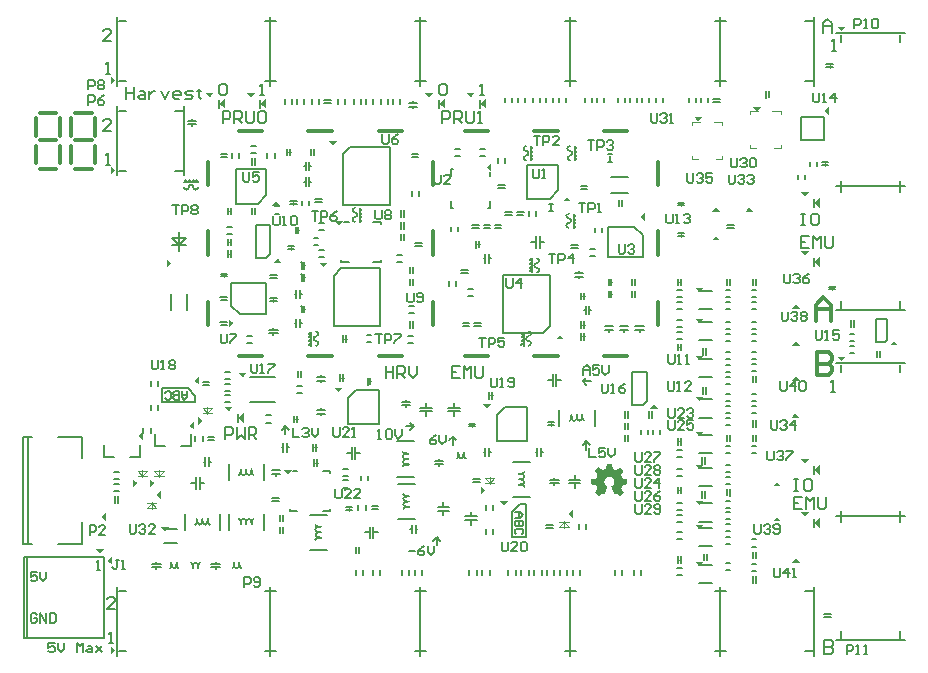
<source format=gbr>
%TF.GenerationSoftware,Altium Limited,Altium Designer,21.9.2 (33)*%
G04 Layer_Color=65535*
%FSLAX45Y45*%
%MOMM*%
%TF.SameCoordinates,7777544D-92F5-45BF-99EE-D781317D7DBF*%
%TF.FilePolarity,Positive*%
%TF.FileFunction,Legend,Top*%
%TF.Part,Single*%
G01*
G75*
%TA.AperFunction,NonConductor*%
%ADD102C,0.20000*%
%ADD103C,0.15000*%
%ADD125C,0.10000*%
%ADD126C,0.30000*%
G36*
X1860589Y4896563D02*
X1822000Y4864406D01*
Y4928720D01*
X1860589Y4896563D01*
D02*
G37*
G36*
X4870000Y4751411D02*
X4837842Y4790000D01*
X4902157D01*
X4870000Y4751411D01*
D02*
G37*
G36*
X4520000D02*
X4487842Y4790000D01*
X4552157D01*
X4520000Y4751411D01*
D02*
G37*
G36*
X3010000D02*
X2977842Y4790000D01*
X3042157D01*
X3010000Y4751411D01*
D02*
G37*
G36*
X2660000D02*
X2627843Y4790000D01*
X2692157D01*
X2660000Y4751411D01*
D02*
G37*
G36*
X5000000Y4660000D02*
X4950000Y4700000D01*
X5000000Y4740000D01*
Y4660000D01*
D02*
G37*
G36*
X4650000D02*
X4600000Y4700000D01*
X4650000Y4740000D01*
Y4660000D01*
D02*
G37*
G36*
X3140000D02*
X3090000Y4700000D01*
X3140000Y4740000D01*
Y4660000D01*
D02*
G37*
G36*
X2790000D02*
X2740000Y4700000D01*
X2790000Y4740000D01*
Y4660000D01*
D02*
G37*
G36*
X3705000Y4346411D02*
X3672843Y4385000D01*
X3737157D01*
X3705000Y4346411D01*
D02*
G37*
G36*
X5045000Y4132842D02*
X5006411Y4165000D01*
X5045000Y4197157D01*
Y4132842D01*
D02*
G37*
G36*
X1860613Y4138203D02*
X1822024Y4106045D01*
Y4170360D01*
X1860613Y4138203D01*
D02*
G37*
G36*
X3252157Y3835000D02*
X3187842D01*
X3220000Y3873589D01*
X3252157Y3835000D01*
D02*
G37*
G36*
X3755000Y3666411D02*
X3722843Y3705000D01*
X3787158D01*
X3755000Y3666411D01*
D02*
G37*
G36*
X3267157Y3355000D02*
X3202842D01*
X3235000Y3393589D01*
X3267157Y3355000D01*
D02*
G37*
G36*
X2333589Y3350000D02*
X2295000Y3317843D01*
Y3382158D01*
X2333589Y3350000D01*
D02*
G37*
G36*
X3625000Y3316411D02*
X3592842Y3355000D01*
X3657157D01*
X3625000Y3316411D01*
D02*
G37*
G36*
X2863589Y2840000D02*
X2825000Y2807842D01*
Y2872157D01*
X2863589Y2840000D01*
D02*
G37*
G36*
X2940000Y2381411D02*
X2907842Y2420000D01*
X2972157D01*
X2940000Y2381411D01*
D02*
G37*
G36*
X2570000Y2322842D02*
X2531411Y2355000D01*
X2570000Y2387157D01*
Y2322842D01*
D02*
G37*
G36*
X3750000Y2256411D02*
X3717842Y2295000D01*
X3782157D01*
X3750000Y2256411D01*
D02*
G37*
G36*
X5010000Y2116412D02*
X4977843Y2155000D01*
X5042158D01*
X5010000Y2116412D01*
D02*
G37*
G36*
X2820000Y2091411D02*
X2787843Y2130000D01*
X2852157D01*
X2820000Y2091411D01*
D02*
G37*
G36*
X2950000Y2000000D02*
X2900000Y2040000D01*
X2950000Y2080000D01*
Y2000000D01*
D02*
G37*
G36*
X2603589Y2015000D02*
X2565000Y1982843D01*
Y2047157D01*
X2603589Y2015000D01*
D02*
G37*
G36*
X2525000Y1942843D02*
X2486411Y1975000D01*
X2525000Y2007158D01*
Y1942843D01*
D02*
G37*
G36*
X2095000Y1852843D02*
X2056411Y1885000D01*
X2095000Y1917157D01*
Y1852843D01*
D02*
G37*
G36*
X3325000Y1556411D02*
X3292843Y1595000D01*
X3357157D01*
X3325000Y1556411D01*
D02*
G37*
G36*
X2193589Y1485000D02*
X2155000Y1452842D01*
Y1517157D01*
X2193589Y1485000D01*
D02*
G37*
G36*
X2053588D02*
X2015000Y1452842D01*
Y1517157D01*
X2053588Y1485000D01*
D02*
G37*
G36*
X4993589Y1425000D02*
X4955000Y1392843D01*
Y1457157D01*
X4993589Y1425000D01*
D02*
G37*
G36*
X2245000Y1352843D02*
X2206411Y1385000D01*
X2245000Y1417157D01*
Y1352843D01*
D02*
G37*
G36*
X5155000Y1301411D02*
X5122842Y1340000D01*
X5187157D01*
X5155000Y1301411D01*
D02*
G37*
G36*
X1780000Y1167843D02*
X1741411Y1200000D01*
X1780000Y1232158D01*
Y1167843D01*
D02*
G37*
G36*
X2283922Y1075705D02*
X2251764Y1114294D01*
X2316079D01*
X2283922Y1075705D01*
D02*
G37*
G36*
X1731261Y888429D02*
X1699104Y927018D01*
X1763418D01*
X1731261Y888429D01*
D02*
G37*
G36*
X1832357Y799137D02*
X1793768Y831294D01*
X1832357Y863452D01*
Y799137D01*
D02*
G37*
G36*
X1860589Y70563D02*
X1822000Y38406D01*
Y102720D01*
X1860589Y70563D01*
D02*
G37*
G36*
X6808922Y2523205D02*
X6776764Y2561794D01*
X6841079D01*
X6808922Y2523205D01*
D02*
G37*
G36*
Y2180705D02*
X6776764Y2219294D01*
X6841079D01*
X6808922Y2180705D01*
D02*
G37*
G36*
X6457158Y2115000D02*
X6392843D01*
X6425000Y2153589D01*
X6457158Y2115000D01*
D02*
G37*
G36*
X6808921Y1880706D02*
X6776764Y1919294D01*
X6841079D01*
X6808921Y1880706D01*
D02*
G37*
G36*
X6808922Y1600705D02*
X6776764Y1639293D01*
X6841079D01*
X6808922Y1600705D01*
D02*
G37*
G36*
X6065151Y1649726D02*
X6066177D01*
Y1649214D01*
Y1648701D01*
Y1648188D01*
X6066690D01*
Y1647675D01*
Y1647162D01*
Y1646649D01*
Y1646136D01*
Y1645623D01*
X6067203D01*
Y1645110D01*
Y1644597D01*
Y1644084D01*
Y1643571D01*
Y1643058D01*
Y1642545D01*
X6067716D01*
Y1642032D01*
Y1641519D01*
Y1641006D01*
Y1640493D01*
Y1639980D01*
X6068229D01*
Y1639468D01*
Y1638954D01*
Y1638441D01*
Y1637929D01*
Y1637416D01*
X6068742D01*
Y1636902D01*
Y1636390D01*
Y1635877D01*
Y1635364D01*
Y1634851D01*
Y1634338D01*
X6069255D01*
Y1633825D01*
Y1633312D01*
Y1632799D01*
Y1632286D01*
Y1631773D01*
X6069768D01*
Y1631260D01*
Y1630747D01*
Y1630234D01*
Y1629721D01*
Y1629208D01*
X6070281D01*
Y1628695D01*
Y1628182D01*
Y1627669D01*
Y1627157D01*
Y1626644D01*
Y1626131D01*
X6070794D01*
Y1625618D01*
Y1625105D01*
Y1624592D01*
Y1624079D01*
Y1623566D01*
X6071307D01*
Y1623053D01*
Y1622540D01*
Y1622027D01*
Y1621514D01*
Y1621001D01*
Y1620488D01*
X6071820D01*
Y1619975D01*
Y1619462D01*
Y1618949D01*
Y1618436D01*
Y1617923D01*
X6072333D01*
Y1617410D01*
Y1616897D01*
Y1616385D01*
Y1615871D01*
Y1615358D01*
X6072846D01*
Y1614846D01*
Y1614333D01*
Y1613819D01*
Y1613307D01*
Y1612794D01*
Y1612281D01*
X6073358D01*
Y1611768D01*
Y1611255D01*
Y1610742D01*
Y1610229D01*
Y1609716D01*
X6073871D01*
Y1609203D01*
Y1608690D01*
X6074385D01*
Y1608177D01*
X6075410D01*
Y1607664D01*
X6076436D01*
Y1607151D01*
X6077975D01*
Y1606638D01*
X6079001D01*
Y1606125D01*
X6080540D01*
Y1605612D01*
X6081566D01*
Y1605099D01*
X6082592D01*
Y1604586D01*
X6084131D01*
Y1604074D01*
X6085157D01*
Y1603561D01*
X6086695D01*
Y1603048D01*
X6087721D01*
Y1602535D01*
X6089260D01*
Y1602022D01*
X6090286D01*
Y1601509D01*
X6091825D01*
Y1600996D01*
X6092851D01*
Y1600483D01*
X6093877D01*
Y1599970D01*
X6095416D01*
Y1599457D01*
X6096441D01*
Y1598944D01*
X6097980D01*
Y1598431D01*
X6099007D01*
Y1597918D01*
X6100545D01*
Y1597405D01*
X6101571D01*
Y1596892D01*
X6103110D01*
Y1597405D01*
X6104136D01*
Y1597918D01*
X6104649D01*
Y1598431D01*
X6105675D01*
Y1598944D01*
X6106188D01*
Y1599457D01*
X6106701D01*
Y1599970D01*
X6107726D01*
Y1600483D01*
X6108240D01*
Y1600996D01*
X6109265D01*
Y1601509D01*
X6109778D01*
Y1602022D01*
X6110804D01*
Y1602535D01*
X6111317D01*
Y1603048D01*
X6112343D01*
Y1603561D01*
X6112856D01*
Y1604074D01*
X6113882D01*
Y1604586D01*
X6114395D01*
Y1605099D01*
X6114908D01*
Y1605612D01*
X6115934D01*
Y1606125D01*
X6116447D01*
Y1606638D01*
X6117473D01*
Y1607151D01*
X6117986D01*
Y1607664D01*
X6119012D01*
Y1608177D01*
X6119525D01*
Y1608690D01*
X6120551D01*
Y1609203D01*
X6121063D01*
Y1609716D01*
X6122090D01*
Y1610229D01*
X6122602D01*
Y1610742D01*
X6123115D01*
Y1611255D01*
X6124141D01*
Y1611768D01*
X6124654D01*
Y1612281D01*
X6125680D01*
Y1612794D01*
X6126193D01*
Y1613307D01*
X6127219D01*
Y1613819D01*
X6127732D01*
Y1614333D01*
X6128758D01*
Y1614846D01*
X6129271D01*
Y1615358D01*
X6130297D01*
Y1615871D01*
X6130809D01*
Y1616385D01*
X6131836D01*
Y1616897D01*
X6132348D01*
Y1617410D01*
X6132862D01*
Y1617923D01*
X6133887D01*
Y1618436D01*
X6134400D01*
Y1618949D01*
X6135426D01*
Y1619462D01*
X6135939D01*
Y1619975D01*
X6138504D01*
Y1619462D01*
X6139017D01*
Y1618949D01*
X6139530D01*
Y1618436D01*
X6140043D01*
Y1617923D01*
X6140556D01*
Y1617410D01*
X6141069D01*
Y1616897D01*
X6141582D01*
Y1616385D01*
X6142095D01*
Y1615871D01*
X6142608D01*
Y1615358D01*
X6143121D01*
Y1614846D01*
X6143634D01*
Y1614333D01*
X6144146D01*
Y1613819D01*
X6144660D01*
Y1613307D01*
X6145173D01*
Y1612794D01*
X6145685D01*
Y1612281D01*
X6146198D01*
Y1611768D01*
X6146711D01*
Y1611255D01*
X6147224D01*
Y1610742D01*
X6147737D01*
Y1610229D01*
X6148250D01*
Y1609716D01*
X6148763D01*
Y1609203D01*
X6149276D01*
Y1608690D01*
X6149789D01*
Y1608177D01*
X6150302D01*
Y1607664D01*
X6150815D01*
Y1607151D01*
X6151328D01*
Y1606638D01*
X6151841D01*
Y1606125D01*
X6152354D01*
Y1605612D01*
X6152867D01*
Y1605099D01*
X6153380D01*
Y1604586D01*
X6153893D01*
Y1604074D01*
X6154406D01*
Y1603561D01*
X6154919D01*
Y1603048D01*
X6155431D01*
Y1602535D01*
X6155945D01*
Y1602022D01*
X6156458D01*
Y1601509D01*
X6156970D01*
Y1600996D01*
X6157483D01*
Y1600483D01*
X6157997D01*
Y1599970D01*
X6158509D01*
Y1599457D01*
X6159022D01*
Y1598944D01*
X6159535D01*
Y1598431D01*
X6160048D01*
Y1597918D01*
X6160561D01*
Y1597405D01*
X6161074D01*
Y1596892D01*
X6161587D01*
Y1596379D01*
X6162100D01*
Y1595866D01*
X6162613D01*
Y1595353D01*
X6163126D01*
Y1594840D01*
X6163639D01*
Y1594327D01*
X6164152D01*
Y1593814D01*
X6164665D01*
Y1593301D01*
X6165178D01*
Y1592788D01*
X6165691D01*
Y1592275D01*
X6166204D01*
Y1591763D01*
X6166717D01*
Y1591250D01*
Y1590736D01*
Y1590224D01*
Y1589711D01*
Y1589197D01*
X6166204D01*
Y1588685D01*
X6165691D01*
Y1588172D01*
Y1587659D01*
X6165178D01*
Y1587146D01*
X6164665D01*
Y1586633D01*
Y1586120D01*
X6164152D01*
Y1585607D01*
X6163639D01*
Y1585094D01*
Y1584581D01*
X6163126D01*
Y1584068D01*
X6162613D01*
Y1583555D01*
X6162100D01*
Y1583042D01*
Y1582529D01*
X6161587D01*
Y1582016D01*
X6161074D01*
Y1581503D01*
Y1580990D01*
X6160561D01*
Y1580478D01*
X6160048D01*
Y1579964D01*
Y1579452D01*
X6159535D01*
Y1578939D01*
X6159022D01*
Y1578426D01*
Y1577913D01*
X6158509D01*
Y1577400D01*
X6157997D01*
Y1576887D01*
Y1576374D01*
X6157483D01*
Y1575861D01*
X6156970D01*
Y1575348D01*
X6156458D01*
Y1574835D01*
Y1574322D01*
X6155945D01*
Y1573809D01*
X6155431D01*
Y1573296D01*
Y1572783D01*
X6154919D01*
Y1572270D01*
X6154406D01*
Y1571757D01*
Y1571244D01*
X6153893D01*
Y1570731D01*
X6153380D01*
Y1570218D01*
Y1569705D01*
X6152867D01*
Y1569192D01*
X6152354D01*
Y1568680D01*
Y1568167D01*
X6151841D01*
Y1567653D01*
X6151328D01*
Y1567141D01*
X6150815D01*
Y1566628D01*
Y1566114D01*
X6150302D01*
Y1565602D01*
X6149789D01*
Y1565089D01*
Y1564576D01*
X6149276D01*
Y1564063D01*
X6148763D01*
Y1563550D01*
Y1563037D01*
X6148250D01*
Y1562524D01*
X6147737D01*
Y1562011D01*
Y1561498D01*
X6147224D01*
Y1560985D01*
X6146711D01*
Y1560472D01*
Y1559959D01*
X6146198D01*
Y1559446D01*
X6145685D01*
Y1558933D01*
Y1558420D01*
X6145173D01*
Y1557907D01*
X6144660D01*
Y1557395D01*
Y1556881D01*
X6144146D01*
Y1556368D01*
Y1555856D01*
Y1555343D01*
X6144660D01*
Y1554830D01*
Y1554317D01*
Y1553804D01*
X6145173D01*
Y1553291D01*
Y1552778D01*
X6145685D01*
Y1552265D01*
Y1551752D01*
X6146198D01*
Y1551239D01*
Y1550726D01*
Y1550213D01*
X6146711D01*
Y1549700D01*
Y1549187D01*
X6147224D01*
Y1548674D01*
Y1548161D01*
X6147737D01*
Y1547648D01*
Y1547135D01*
Y1546622D01*
X6148250D01*
Y1546109D01*
Y1545596D01*
X6148763D01*
Y1545084D01*
Y1544570D01*
X6149276D01*
Y1544058D01*
Y1543545D01*
Y1543031D01*
X6149789D01*
Y1542519D01*
Y1542006D01*
X6150302D01*
Y1541493D01*
Y1540980D01*
X6150815D01*
Y1540467D01*
Y1539954D01*
Y1539441D01*
X6151328D01*
Y1538928D01*
Y1538415D01*
X6151841D01*
Y1537902D01*
Y1537389D01*
X6152354D01*
Y1536876D01*
Y1536363D01*
Y1535850D01*
X6152867D01*
Y1535337D01*
Y1534824D01*
X6153380D01*
Y1534312D01*
Y1533798D01*
X6153893D01*
Y1533285D01*
Y1532773D01*
Y1532259D01*
X6154406D01*
Y1531746D01*
Y1531234D01*
X6154919D01*
Y1530721D01*
Y1530208D01*
X6155431D01*
Y1529695D01*
Y1529182D01*
Y1528669D01*
X6155945D01*
Y1528156D01*
Y1527643D01*
X6156458D01*
Y1527130D01*
X6157483D01*
Y1526617D01*
X6159022D01*
Y1526104D01*
X6162100D01*
Y1525591D01*
X6164665D01*
Y1525078D01*
X6167230D01*
Y1524565D01*
X6170307D01*
Y1524052D01*
X6172872D01*
Y1523539D01*
X6175950D01*
Y1523026D01*
X6178515D01*
Y1522513D01*
X6181080D01*
Y1522001D01*
X6184157D01*
Y1521487D01*
X6186722D01*
Y1520975D01*
X6189287D01*
Y1520462D01*
X6192365D01*
Y1519948D01*
X6194929D01*
Y1519436D01*
X6196468D01*
Y1518923D01*
Y1518410D01*
X6196981D01*
Y1517897D01*
Y1517384D01*
Y1516871D01*
Y1516358D01*
Y1515845D01*
Y1515332D01*
Y1514819D01*
Y1514306D01*
Y1513793D01*
Y1513280D01*
Y1512767D01*
Y1512254D01*
Y1511741D01*
Y1511228D01*
Y1510715D01*
Y1510202D01*
Y1509690D01*
Y1509176D01*
Y1508663D01*
Y1508151D01*
Y1507638D01*
Y1507124D01*
Y1506612D01*
Y1506099D01*
Y1505586D01*
Y1505073D01*
Y1504560D01*
Y1504047D01*
Y1503534D01*
Y1503021D01*
Y1502508D01*
Y1501995D01*
Y1501482D01*
Y1500969D01*
Y1500456D01*
Y1499943D01*
Y1499430D01*
Y1498917D01*
Y1498404D01*
Y1497891D01*
Y1497379D01*
Y1496865D01*
Y1496353D01*
Y1495840D01*
Y1495327D01*
Y1494814D01*
Y1494301D01*
Y1493788D01*
Y1493275D01*
Y1492762D01*
Y1492249D01*
Y1491736D01*
Y1491223D01*
Y1490710D01*
Y1490197D01*
Y1489684D01*
Y1489171D01*
Y1488658D01*
Y1488145D01*
Y1487632D01*
Y1487119D01*
Y1486606D01*
Y1486093D01*
Y1485580D01*
Y1485068D01*
Y1484555D01*
Y1484041D01*
Y1483529D01*
Y1483016D01*
Y1482503D01*
Y1481990D01*
Y1481477D01*
Y1480964D01*
Y1480451D01*
Y1479938D01*
Y1479425D01*
Y1478912D01*
Y1478399D01*
Y1477886D01*
X6196468D01*
Y1477373D01*
X6195955D01*
Y1476860D01*
X6194416D01*
Y1476347D01*
X6191851D01*
Y1475834D01*
X6188774D01*
Y1475321D01*
X6186209D01*
Y1474808D01*
X6183131D01*
Y1474296D01*
X6180566D01*
Y1473783D01*
X6178002D01*
Y1473270D01*
X6174924D01*
Y1472757D01*
X6172359D01*
Y1472244D01*
X6169794D01*
Y1471731D01*
X6166717D01*
Y1471218D01*
X6164152D01*
Y1470705D01*
X6161074D01*
Y1470192D01*
X6158509D01*
Y1469679D01*
X6157997D01*
Y1469166D01*
X6157483D01*
Y1468653D01*
X6156970D01*
Y1468140D01*
Y1467627D01*
X6156458D01*
Y1467114D01*
Y1466601D01*
X6155945D01*
Y1466088D01*
Y1465575D01*
Y1465062D01*
X6155431D01*
Y1464549D01*
Y1464036D01*
X6154919D01*
Y1463523D01*
Y1463010D01*
Y1462497D01*
X6154406D01*
Y1461985D01*
Y1461472D01*
X6153893D01*
Y1460958D01*
Y1460446D01*
Y1459933D01*
X6153380D01*
Y1459419D01*
Y1458907D01*
X6152867D01*
Y1458394D01*
Y1457881D01*
Y1457368D01*
X6152354D01*
Y1456855D01*
Y1456342D01*
X6151841D01*
Y1455829D01*
Y1455316D01*
Y1454803D01*
X6151328D01*
Y1454290D01*
Y1453777D01*
X6150815D01*
Y1453264D01*
Y1452751D01*
Y1452238D01*
X6150302D01*
Y1451725D01*
Y1451212D01*
X6149789D01*
Y1450700D01*
Y1450186D01*
Y1449674D01*
X6149276D01*
Y1449161D01*
Y1448648D01*
X6148763D01*
Y1448135D01*
Y1447622D01*
Y1447109D01*
X6148250D01*
Y1446596D01*
Y1446083D01*
X6147737D01*
Y1445570D01*
Y1445057D01*
Y1444544D01*
X6147224D01*
Y1444031D01*
Y1443518D01*
X6146711D01*
Y1443005D01*
Y1442492D01*
Y1441979D01*
X6146198D01*
Y1441466D01*
Y1440953D01*
X6145685D01*
Y1440440D01*
Y1439927D01*
Y1439414D01*
X6145173D01*
Y1438901D01*
Y1438389D01*
Y1437875D01*
X6145685D01*
Y1437363D01*
Y1436850D01*
X6146198D01*
Y1436336D01*
X6146711D01*
Y1435824D01*
Y1435311D01*
X6147224D01*
Y1434798D01*
X6147737D01*
Y1434285D01*
Y1433772D01*
X6148250D01*
Y1433259D01*
X6148763D01*
Y1432746D01*
X6149276D01*
Y1432233D01*
Y1431720D01*
X6149789D01*
Y1431207D01*
X6150302D01*
Y1430694D01*
Y1430181D01*
X6150815D01*
Y1429668D01*
X6151328D01*
Y1429155D01*
Y1428642D01*
X6151841D01*
Y1428129D01*
X6152354D01*
Y1427617D01*
Y1427103D01*
X6152867D01*
Y1426590D01*
X6153380D01*
Y1426078D01*
Y1425565D01*
X6153893D01*
Y1425052D01*
X6154406D01*
Y1424539D01*
X6154919D01*
Y1424026D01*
Y1423513D01*
X6155431D01*
Y1423000D01*
X6155945D01*
Y1422487D01*
Y1421974D01*
X6156458D01*
Y1421461D01*
X6156970D01*
Y1420948D01*
Y1420435D01*
X6157483D01*
Y1419922D01*
X6157997D01*
Y1419409D01*
Y1418896D01*
X6158509D01*
Y1418383D01*
X6159022D01*
Y1417870D01*
Y1417357D01*
X6159535D01*
Y1416844D01*
X6160048D01*
Y1416331D01*
Y1415818D01*
X6160561D01*
Y1415306D01*
X6161074D01*
Y1414792D01*
X6161587D01*
Y1414280D01*
Y1413767D01*
X6162100D01*
Y1413253D01*
X6162613D01*
Y1412741D01*
Y1412228D01*
X6163126D01*
Y1411715D01*
X6163639D01*
Y1411202D01*
Y1410689D01*
X6164152D01*
Y1410176D01*
X6164665D01*
Y1409663D01*
Y1409150D01*
X6165178D01*
Y1408637D01*
X6165691D01*
Y1408124D01*
Y1407611D01*
X6166204D01*
Y1407098D01*
X6166717D01*
Y1406585D01*
Y1406072D01*
Y1405559D01*
Y1405046D01*
Y1404533D01*
X6166204D01*
Y1404020D01*
X6165691D01*
Y1403507D01*
X6165178D01*
Y1402995D01*
X6164665D01*
Y1402481D01*
X6164152D01*
Y1401968D01*
X6163639D01*
Y1401456D01*
X6163126D01*
Y1400943D01*
X6162613D01*
Y1400430D01*
X6162100D01*
Y1399917D01*
X6161587D01*
Y1399404D01*
X6161074D01*
Y1398891D01*
X6160561D01*
Y1398378D01*
X6160048D01*
Y1397865D01*
X6159535D01*
Y1397352D01*
X6159022D01*
Y1396839D01*
X6158509D01*
Y1396326D01*
X6157997D01*
Y1395813D01*
X6157483D01*
Y1395300D01*
X6156970D01*
Y1394787D01*
X6156458D01*
Y1394274D01*
X6155945D01*
Y1393761D01*
X6155431D01*
Y1393248D01*
X6154919D01*
Y1392735D01*
X6154406D01*
Y1392223D01*
X6153893D01*
Y1391709D01*
X6153380D01*
Y1391196D01*
X6152867D01*
Y1390684D01*
X6152354D01*
Y1390170D01*
X6151841D01*
Y1389658D01*
X6151328D01*
Y1389145D01*
X6150815D01*
Y1388632D01*
X6150302D01*
Y1388119D01*
X6149789D01*
Y1387606D01*
X6149276D01*
Y1387093D01*
X6148763D01*
Y1386580D01*
X6148250D01*
Y1386067D01*
X6147737D01*
Y1385554D01*
X6147224D01*
Y1385041D01*
X6146711D01*
Y1384528D01*
X6146198D01*
Y1384015D01*
X6145685D01*
Y1383502D01*
X6145173D01*
Y1382989D01*
X6144660D01*
Y1382476D01*
X6144146D01*
Y1381963D01*
X6143634D01*
Y1381450D01*
X6143121D01*
Y1380937D01*
X6142608D01*
Y1380424D01*
X6142095D01*
Y1379912D01*
X6141582D01*
Y1379398D01*
X6141069D01*
Y1378885D01*
X6140556D01*
Y1378373D01*
X6140043D01*
Y1377860D01*
X6139530D01*
Y1377346D01*
X6139017D01*
Y1376834D01*
X6137991D01*
Y1376321D01*
X6136452D01*
Y1376834D01*
X6135426D01*
Y1377346D01*
X6134913D01*
Y1377860D01*
X6133887D01*
Y1378373D01*
X6133375D01*
Y1378885D01*
X6132348D01*
Y1379398D01*
X6131836D01*
Y1379912D01*
X6130809D01*
Y1380424D01*
X6130297D01*
Y1380937D01*
X6129271D01*
Y1381450D01*
X6128758D01*
Y1381963D01*
X6128245D01*
Y1382476D01*
X6127219D01*
Y1382989D01*
X6126706D01*
Y1383502D01*
X6125680D01*
Y1384015D01*
X6125167D01*
Y1384528D01*
X6124141D01*
Y1385041D01*
X6123628D01*
Y1385554D01*
X6122602D01*
Y1386067D01*
X6122090D01*
Y1386580D01*
X6121063D01*
Y1387093D01*
X6120551D01*
Y1387606D01*
X6120038D01*
Y1388119D01*
X6119012D01*
Y1388632D01*
X6118499D01*
Y1389145D01*
X6117473D01*
Y1389658D01*
X6116960D01*
Y1390170D01*
X6115934D01*
Y1390684D01*
X6115421D01*
Y1391196D01*
X6114395D01*
Y1391709D01*
X6113882D01*
Y1392223D01*
X6112856D01*
Y1392735D01*
X6112343D01*
Y1393248D01*
X6111830D01*
Y1393761D01*
X6110804D01*
Y1394274D01*
X6110292D01*
Y1394787D01*
X6109265D01*
Y1395300D01*
X6108753D01*
Y1395813D01*
X6107726D01*
Y1396326D01*
X6107214D01*
Y1396839D01*
X6106188D01*
Y1397352D01*
X6103623D01*
Y1396839D01*
X6102597D01*
Y1396326D01*
X6102084D01*
Y1395813D01*
X6101058D01*
Y1395300D01*
X6100032D01*
Y1394787D01*
X6099007D01*
Y1394274D01*
X6097980D01*
Y1393761D01*
X6096955D01*
Y1393248D01*
X6095929D01*
Y1392735D01*
X6094903D01*
Y1392223D01*
X6094390D01*
Y1391709D01*
X6093364D01*
Y1391196D01*
X6092338D01*
Y1390684D01*
X6091312D01*
Y1390170D01*
X6088747D01*
Y1390684D01*
X6088234D01*
Y1391196D01*
Y1391709D01*
X6087721D01*
Y1392223D01*
Y1392735D01*
Y1393248D01*
X6087208D01*
Y1393761D01*
Y1394274D01*
X6086695D01*
Y1394787D01*
Y1395300D01*
X6086182D01*
Y1395813D01*
Y1396326D01*
Y1396839D01*
X6085670D01*
Y1397352D01*
Y1397865D01*
X6085157D01*
Y1398378D01*
Y1398891D01*
Y1399404D01*
X6084644D01*
Y1399917D01*
Y1400430D01*
X6084131D01*
Y1400943D01*
Y1401456D01*
Y1401968D01*
X6083618D01*
Y1402481D01*
Y1402995D01*
X6083105D01*
Y1403507D01*
Y1404020D01*
X6082592D01*
Y1404533D01*
Y1405046D01*
Y1405559D01*
X6082079D01*
Y1406072D01*
Y1406585D01*
X6081566D01*
Y1407098D01*
Y1407611D01*
Y1408124D01*
X6081053D01*
Y1408637D01*
Y1409150D01*
X6080540D01*
Y1409663D01*
Y1410176D01*
X6080027D01*
Y1410689D01*
Y1411202D01*
Y1411715D01*
X6079514D01*
Y1412228D01*
Y1412741D01*
X6079001D01*
Y1413253D01*
Y1413767D01*
Y1414280D01*
X6078488D01*
Y1414792D01*
Y1415306D01*
X6077975D01*
Y1415818D01*
Y1416331D01*
Y1416844D01*
X6077462D01*
Y1417357D01*
Y1417870D01*
X6076949D01*
Y1418383D01*
Y1418896D01*
X6076436D01*
Y1419409D01*
Y1419922D01*
Y1420435D01*
X6075924D01*
Y1420948D01*
Y1421461D01*
X6075410D01*
Y1421974D01*
Y1422487D01*
Y1423000D01*
X6074897D01*
Y1423513D01*
Y1424026D01*
X6074385D01*
Y1424539D01*
Y1425052D01*
X6073871D01*
Y1425565D01*
Y1426078D01*
Y1426590D01*
X6073358D01*
Y1427103D01*
Y1427617D01*
X6072846D01*
Y1428129D01*
Y1428642D01*
Y1429155D01*
X6072333D01*
Y1429668D01*
Y1430181D01*
X6071820D01*
Y1430694D01*
Y1431207D01*
Y1431720D01*
X6071307D01*
Y1432233D01*
Y1432746D01*
X6070794D01*
Y1433259D01*
Y1433772D01*
X6070281D01*
Y1434285D01*
Y1434798D01*
Y1435311D01*
X6069768D01*
Y1435824D01*
Y1436336D01*
X6069255D01*
Y1436850D01*
Y1437363D01*
Y1437875D01*
X6068742D01*
Y1438389D01*
Y1438901D01*
X6068229D01*
Y1439414D01*
Y1439927D01*
X6067716D01*
Y1440440D01*
Y1440953D01*
Y1441466D01*
X6067203D01*
Y1441979D01*
Y1442492D01*
X6066690D01*
Y1443005D01*
Y1443518D01*
Y1444031D01*
X6066177D01*
Y1444544D01*
Y1445057D01*
X6065664D01*
Y1445570D01*
Y1446083D01*
Y1446596D01*
X6065151D01*
Y1447109D01*
Y1447622D01*
X6064638D01*
Y1448135D01*
Y1448648D01*
X6064125D01*
Y1449161D01*
Y1449674D01*
Y1450186D01*
X6063612D01*
Y1450700D01*
Y1451212D01*
X6063099D01*
Y1451725D01*
Y1452238D01*
Y1452751D01*
X6062587D01*
Y1453264D01*
Y1453777D01*
X6062073D01*
Y1454290D01*
Y1454803D01*
X6061561D01*
Y1455316D01*
Y1455829D01*
Y1456342D01*
X6061048D01*
Y1456855D01*
Y1457368D01*
X6061561D01*
Y1457881D01*
Y1458394D01*
X6062073D01*
Y1458907D01*
X6062587D01*
Y1459419D01*
X6063612D01*
Y1459933D01*
X6064125D01*
Y1460446D01*
X6065151D01*
Y1460958D01*
X6065664D01*
Y1461472D01*
X6066690D01*
Y1461985D01*
X6067203D01*
Y1462497D01*
X6067716D01*
Y1463010D01*
X6068742D01*
Y1463523D01*
X6069255D01*
Y1464036D01*
X6070281D01*
Y1464549D01*
X6070794D01*
Y1465062D01*
X6071307D01*
Y1465575D01*
X6071820D01*
Y1466088D01*
X6072846D01*
Y1466601D01*
X6073358D01*
Y1467114D01*
X6073871D01*
Y1467627D01*
X6074385D01*
Y1468140D01*
X6074897D01*
Y1468653D01*
X6075410D01*
Y1469166D01*
X6075924D01*
Y1469679D01*
X6076436D01*
Y1470192D01*
X6076949D01*
Y1470705D01*
Y1471218D01*
X6077462D01*
Y1471731D01*
X6077975D01*
Y1472244D01*
X6078488D01*
Y1472757D01*
X6079001D01*
Y1473270D01*
Y1473783D01*
X6079514D01*
Y1474296D01*
X6080027D01*
Y1474808D01*
Y1475321D01*
X6080540D01*
Y1475834D01*
X6081053D01*
Y1476347D01*
Y1476860D01*
X6081566D01*
Y1477373D01*
Y1477886D01*
X6082079D01*
Y1478399D01*
Y1478912D01*
X6082592D01*
Y1479425D01*
Y1479938D01*
X6083105D01*
Y1480451D01*
Y1480964D01*
X6083618D01*
Y1481477D01*
Y1481990D01*
X6084131D01*
Y1482503D01*
Y1483016D01*
X6084644D01*
Y1483529D01*
Y1484041D01*
Y1484555D01*
X6085157D01*
Y1485068D01*
Y1485580D01*
Y1486093D01*
X6085670D01*
Y1486606D01*
Y1487119D01*
Y1487632D01*
Y1488145D01*
X6086182D01*
Y1488658D01*
Y1489171D01*
Y1489684D01*
Y1490197D01*
Y1490710D01*
X6086695D01*
Y1491223D01*
Y1491736D01*
Y1492249D01*
Y1492762D01*
Y1493275D01*
Y1493788D01*
Y1494301D01*
X6087208D01*
Y1494814D01*
Y1495327D01*
Y1495840D01*
Y1496353D01*
Y1496865D01*
Y1497379D01*
Y1497891D01*
Y1498404D01*
Y1498917D01*
Y1499430D01*
Y1499943D01*
Y1500456D01*
Y1500969D01*
Y1501482D01*
X6086695D01*
Y1501995D01*
Y1502508D01*
Y1503021D01*
Y1503534D01*
Y1504047D01*
Y1504560D01*
Y1505073D01*
X6086182D01*
Y1505586D01*
Y1506099D01*
Y1506612D01*
Y1507124D01*
Y1507638D01*
X6085670D01*
Y1508151D01*
Y1508663D01*
Y1509176D01*
Y1509690D01*
X6085157D01*
Y1510202D01*
Y1510715D01*
Y1511228D01*
X6084644D01*
Y1511741D01*
Y1512254D01*
Y1512767D01*
X6084131D01*
Y1513280D01*
Y1513793D01*
X6083618D01*
Y1514306D01*
Y1514819D01*
Y1515332D01*
X6083105D01*
Y1515845D01*
Y1516358D01*
X6082592D01*
Y1516871D01*
Y1517384D01*
X6082079D01*
Y1517897D01*
Y1518410D01*
X6081566D01*
Y1518923D01*
X6081053D01*
Y1519436D01*
Y1519948D01*
X6080540D01*
Y1520462D01*
Y1520975D01*
X6080027D01*
Y1521487D01*
X6079514D01*
Y1522001D01*
Y1522513D01*
X6079001D01*
Y1523026D01*
X6078488D01*
Y1523539D01*
X6077975D01*
Y1524052D01*
Y1524565D01*
X6077462D01*
Y1525078D01*
X6076949D01*
Y1525591D01*
X6076436D01*
Y1526104D01*
X6075924D01*
Y1526617D01*
X6075410D01*
Y1527130D01*
X6074897D01*
Y1527643D01*
X6074385D01*
Y1528156D01*
X6073871D01*
Y1528669D01*
X6073358D01*
Y1529182D01*
X6072846D01*
Y1529695D01*
X6072333D01*
Y1530208D01*
X6071820D01*
Y1530721D01*
X6071307D01*
Y1531234D01*
X6070281D01*
Y1531746D01*
X6069768D01*
Y1532259D01*
X6068742D01*
Y1532773D01*
X6068229D01*
Y1533285D01*
X6067203D01*
Y1533798D01*
X6066690D01*
Y1534312D01*
X6065664D01*
Y1534824D01*
X6064638D01*
Y1535337D01*
X6063612D01*
Y1535850D01*
X6062587D01*
Y1536363D01*
X6061561D01*
Y1536876D01*
X6060535D01*
Y1537389D01*
X6058996D01*
Y1537902D01*
X6057457D01*
Y1538415D01*
X6055918D01*
Y1538928D01*
X6053866D01*
Y1539441D01*
X6050788D01*
Y1539954D01*
X6038990D01*
Y1539441D01*
X6035913D01*
Y1538928D01*
X6033861D01*
Y1538415D01*
X6032322D01*
Y1537902D01*
X6030783D01*
Y1537389D01*
X6029244D01*
Y1536876D01*
X6028219D01*
Y1536363D01*
X6027192D01*
Y1535850D01*
X6026167D01*
Y1535337D01*
X6025141D01*
Y1534824D01*
X6024115D01*
Y1534312D01*
X6023089D01*
Y1533798D01*
X6022576D01*
Y1533285D01*
X6021550D01*
Y1532773D01*
X6021037D01*
Y1532259D01*
X6020011D01*
Y1531746D01*
X6019498D01*
Y1531234D01*
X6018985D01*
Y1530721D01*
X6018472D01*
Y1530208D01*
X6017446D01*
Y1529695D01*
X6016933D01*
Y1529182D01*
X6016420D01*
Y1528669D01*
X6015907D01*
Y1528156D01*
X6015395D01*
Y1527643D01*
X6014882D01*
Y1527130D01*
X6014368D01*
Y1526617D01*
X6013856D01*
Y1526104D01*
X6013343D01*
Y1525591D01*
X6012830D01*
Y1525078D01*
X6012317D01*
Y1524565D01*
Y1524052D01*
X6011804D01*
Y1523539D01*
X6011291D01*
Y1523026D01*
X6010778D01*
Y1522513D01*
Y1522001D01*
X6010265D01*
Y1521487D01*
X6009752D01*
Y1520975D01*
Y1520462D01*
X6009239D01*
Y1519948D01*
X6008726D01*
Y1519436D01*
Y1518923D01*
X6008213D01*
Y1518410D01*
Y1517897D01*
X6007700D01*
Y1517384D01*
Y1516871D01*
X6007187D01*
Y1516358D01*
Y1515845D01*
X6006674D01*
Y1515332D01*
Y1514819D01*
X6006161D01*
Y1514306D01*
Y1513793D01*
X6005648D01*
Y1513280D01*
Y1512767D01*
Y1512254D01*
X6005135D01*
Y1511741D01*
Y1511228D01*
Y1510715D01*
X6004622D01*
Y1510202D01*
Y1509690D01*
Y1509176D01*
X6004109D01*
Y1508663D01*
Y1508151D01*
Y1507638D01*
Y1507124D01*
X6003597D01*
Y1506612D01*
Y1506099D01*
Y1505586D01*
Y1505073D01*
Y1504560D01*
X6003083D01*
Y1504047D01*
Y1503534D01*
Y1503021D01*
Y1502508D01*
Y1501995D01*
Y1501482D01*
Y1500969D01*
Y1500456D01*
Y1499943D01*
Y1499430D01*
X6002570D01*
Y1498917D01*
Y1498404D01*
Y1497891D01*
Y1497379D01*
Y1496865D01*
Y1496353D01*
X6003083D01*
Y1495840D01*
Y1495327D01*
Y1494814D01*
Y1494301D01*
Y1493788D01*
Y1493275D01*
Y1492762D01*
Y1492249D01*
Y1491736D01*
Y1491223D01*
X6003597D01*
Y1490710D01*
Y1490197D01*
Y1489684D01*
Y1489171D01*
Y1488658D01*
X6004109D01*
Y1488145D01*
Y1487632D01*
Y1487119D01*
Y1486606D01*
X6004622D01*
Y1486093D01*
Y1485580D01*
Y1485068D01*
X6005135D01*
Y1484555D01*
Y1484041D01*
Y1483529D01*
X6005648D01*
Y1483016D01*
Y1482503D01*
X6006161D01*
Y1481990D01*
Y1481477D01*
Y1480964D01*
X6006674D01*
Y1480451D01*
Y1479938D01*
X6007187D01*
Y1479425D01*
Y1478912D01*
X6007700D01*
Y1478399D01*
Y1477886D01*
X6008213D01*
Y1477373D01*
Y1476860D01*
X6008726D01*
Y1476347D01*
X6009239D01*
Y1475834D01*
Y1475321D01*
X6009752D01*
Y1474808D01*
X6010265D01*
Y1474296D01*
Y1473783D01*
X6010778D01*
Y1473270D01*
X6011291D01*
Y1472757D01*
Y1472244D01*
X6011804D01*
Y1471731D01*
X6012317D01*
Y1471218D01*
X6012830D01*
Y1470705D01*
X6013343D01*
Y1470192D01*
X6013856D01*
Y1469679D01*
Y1469166D01*
X6014368D01*
Y1468653D01*
X6014882D01*
Y1468140D01*
X6015395D01*
Y1467627D01*
X6015907D01*
Y1467114D01*
X6016933D01*
Y1466601D01*
X6017446D01*
Y1466088D01*
X6017959D01*
Y1465575D01*
X6018472D01*
Y1465062D01*
X6018985D01*
Y1464549D01*
X6020011D01*
Y1464036D01*
X6020524D01*
Y1463523D01*
X6021037D01*
Y1463010D01*
X6022063D01*
Y1462497D01*
X6022576D01*
Y1461985D01*
X6023089D01*
Y1461472D01*
X6024115D01*
Y1460958D01*
X6024628D01*
Y1460446D01*
X6025653D01*
Y1459933D01*
X6026680D01*
Y1459419D01*
X6027192D01*
Y1458907D01*
X6028219D01*
Y1458394D01*
Y1457881D01*
X6028731D01*
Y1457368D01*
Y1456855D01*
Y1456342D01*
Y1455829D01*
X6028219D01*
Y1455316D01*
Y1454803D01*
X6027705D01*
Y1454290D01*
Y1453777D01*
Y1453264D01*
X6027192D01*
Y1452751D01*
Y1452238D01*
X6026680D01*
Y1451725D01*
Y1451212D01*
X6026167D01*
Y1450700D01*
Y1450186D01*
Y1449674D01*
X6025653D01*
Y1449161D01*
Y1448648D01*
X6025141D01*
Y1448135D01*
Y1447622D01*
Y1447109D01*
X6024628D01*
Y1446596D01*
Y1446083D01*
X6024115D01*
Y1445570D01*
Y1445057D01*
X6023602D01*
Y1444544D01*
Y1444031D01*
Y1443518D01*
X6023089D01*
Y1443005D01*
Y1442492D01*
X6022576D01*
Y1441979D01*
Y1441466D01*
Y1440953D01*
X6022063D01*
Y1440440D01*
Y1439927D01*
X6021550D01*
Y1439414D01*
Y1438901D01*
Y1438389D01*
X6021037D01*
Y1437875D01*
Y1437363D01*
X6020524D01*
Y1436850D01*
Y1436336D01*
X6020011D01*
Y1435824D01*
Y1435311D01*
Y1434798D01*
X6019498D01*
Y1434285D01*
Y1433772D01*
X6018985D01*
Y1433259D01*
Y1432746D01*
Y1432233D01*
X6018472D01*
Y1431720D01*
Y1431207D01*
X6017959D01*
Y1430694D01*
Y1430181D01*
X6017446D01*
Y1429668D01*
Y1429155D01*
Y1428642D01*
X6016933D01*
Y1428129D01*
Y1427617D01*
X6016420D01*
Y1427103D01*
Y1426590D01*
Y1426078D01*
X6015907D01*
Y1425565D01*
Y1425052D01*
X6015395D01*
Y1424539D01*
Y1424026D01*
Y1423513D01*
X6014882D01*
Y1423000D01*
Y1422487D01*
X6014368D01*
Y1421974D01*
Y1421461D01*
X6013856D01*
Y1420948D01*
Y1420435D01*
Y1419922D01*
X6013343D01*
Y1419409D01*
Y1418896D01*
X6012830D01*
Y1418383D01*
Y1417870D01*
Y1417357D01*
X6012317D01*
Y1416844D01*
Y1416331D01*
X6011804D01*
Y1415818D01*
Y1415306D01*
X6011291D01*
Y1414792D01*
Y1414280D01*
Y1413767D01*
X6010778D01*
Y1413253D01*
Y1412741D01*
X6010265D01*
Y1412228D01*
Y1411715D01*
Y1411202D01*
X6009752D01*
Y1410689D01*
Y1410176D01*
X6009239D01*
Y1409663D01*
Y1409150D01*
Y1408637D01*
X6008726D01*
Y1408124D01*
Y1407611D01*
X6008213D01*
Y1407098D01*
Y1406585D01*
X6007700D01*
Y1406072D01*
Y1405559D01*
Y1405046D01*
X6007187D01*
Y1404533D01*
Y1404020D01*
X6006674D01*
Y1403507D01*
Y1402995D01*
Y1402481D01*
X6006161D01*
Y1401968D01*
Y1401456D01*
X6005648D01*
Y1400943D01*
Y1400430D01*
X6005135D01*
Y1399917D01*
Y1399404D01*
Y1398891D01*
X6004622D01*
Y1398378D01*
Y1397865D01*
X6004109D01*
Y1397352D01*
Y1396839D01*
Y1396326D01*
X6003597D01*
Y1395813D01*
Y1395300D01*
X6003083D01*
Y1394787D01*
Y1394274D01*
Y1393761D01*
X6002570D01*
Y1393248D01*
Y1392735D01*
X6002058D01*
Y1392223D01*
Y1391709D01*
X6001545D01*
Y1391196D01*
Y1390684D01*
X6001031D01*
Y1390170D01*
X5998467D01*
Y1390684D01*
X5997441D01*
Y1391196D01*
X5996928D01*
Y1391709D01*
X5995902D01*
Y1392223D01*
X5994876D01*
Y1392735D01*
X5993850D01*
Y1393248D01*
X5992824D01*
Y1393761D01*
X5991798D01*
Y1394274D01*
X5990773D01*
Y1394787D01*
X5989747D01*
Y1395300D01*
X5989234D01*
Y1395813D01*
X5988208D01*
Y1396326D01*
X5987182D01*
Y1396839D01*
X5986156D01*
Y1397352D01*
X5983591D01*
Y1396839D01*
X5982565D01*
Y1396326D01*
X5982052D01*
Y1395813D01*
X5981539D01*
Y1395300D01*
X5980514D01*
Y1394787D01*
X5980000D01*
Y1394274D01*
X5978975D01*
Y1393761D01*
X5978462D01*
Y1393248D01*
X5977436D01*
Y1392735D01*
X5976923D01*
Y1392223D01*
X5975897D01*
Y1391709D01*
X5975384D01*
Y1391196D01*
X5974358D01*
Y1390684D01*
X5973845D01*
Y1390170D01*
X5973332D01*
Y1389658D01*
X5972306D01*
Y1389145D01*
X5971793D01*
Y1388632D01*
X5970767D01*
Y1388119D01*
X5970254D01*
Y1387606D01*
X5969229D01*
Y1387093D01*
X5968715D01*
Y1386580D01*
X5967690D01*
Y1386067D01*
X5967177D01*
Y1385554D01*
X5966151D01*
Y1385041D01*
X5965638D01*
Y1384528D01*
X5965125D01*
Y1384015D01*
X5964099D01*
Y1383502D01*
X5963586D01*
Y1382989D01*
X5962560D01*
Y1382476D01*
X5962047D01*
Y1381963D01*
X5961021D01*
Y1381450D01*
X5960508D01*
Y1380937D01*
X5959482D01*
Y1380424D01*
X5958969D01*
Y1379912D01*
X5957943D01*
Y1379398D01*
X5957430D01*
Y1378885D01*
X5956404D01*
Y1378373D01*
X5955892D01*
Y1377860D01*
X5955378D01*
Y1377346D01*
X5954353D01*
Y1376834D01*
X5953327D01*
Y1376321D01*
X5951788D01*
Y1376834D01*
X5950762D01*
Y1377346D01*
X5950249D01*
Y1377860D01*
X5949736D01*
Y1378373D01*
X5949223D01*
Y1378885D01*
X5948710D01*
Y1379398D01*
X5948197D01*
Y1379912D01*
X5947684D01*
Y1380424D01*
X5947171D01*
Y1380937D01*
X5946658D01*
Y1381450D01*
X5946145D01*
Y1381963D01*
X5945632D01*
Y1382476D01*
X5945119D01*
Y1382989D01*
X5944607D01*
Y1383502D01*
X5944093D01*
Y1384015D01*
X5943580D01*
Y1384528D01*
X5943068D01*
Y1385041D01*
X5942555D01*
Y1385554D01*
X5942042D01*
Y1386067D01*
X5941529D01*
Y1386580D01*
X5941016D01*
Y1387093D01*
X5940503D01*
Y1387606D01*
X5939990D01*
Y1388119D01*
X5939477D01*
Y1388632D01*
X5938964D01*
Y1389145D01*
X5938451D01*
Y1389658D01*
X5937938D01*
Y1390170D01*
X5937425D01*
Y1390684D01*
X5936912D01*
Y1391196D01*
X5936399D01*
Y1391709D01*
X5935886D01*
Y1392223D01*
X5935373D01*
Y1392735D01*
X5934860D01*
Y1393248D01*
X5934347D01*
Y1393761D01*
X5933834D01*
Y1394274D01*
X5933321D01*
Y1394787D01*
X5932808D01*
Y1395300D01*
X5932295D01*
Y1395813D01*
X5931783D01*
Y1396326D01*
X5931270D01*
Y1396839D01*
X5930757D01*
Y1397352D01*
X5930244D01*
Y1397865D01*
X5929731D01*
Y1398378D01*
X5929218D01*
Y1398891D01*
X5928705D01*
Y1399404D01*
X5928192D01*
Y1399917D01*
X5927679D01*
Y1400430D01*
X5927166D01*
Y1400943D01*
X5926653D01*
Y1401456D01*
X5926140D01*
Y1401968D01*
X5925627D01*
Y1402481D01*
X5925114D01*
Y1402995D01*
X5924601D01*
Y1403507D01*
X5924088D01*
Y1404020D01*
X5923575D01*
Y1404533D01*
Y1405046D01*
X5923062D01*
Y1405559D01*
Y1406072D01*
Y1406585D01*
X5923575D01*
Y1407098D01*
Y1407611D01*
X5924088D01*
Y1408124D01*
Y1408637D01*
X5924601D01*
Y1409150D01*
X5925114D01*
Y1409663D01*
X5925627D01*
Y1410176D01*
Y1410689D01*
X5926140D01*
Y1411202D01*
X5926653D01*
Y1411715D01*
Y1412228D01*
X5927166D01*
Y1412741D01*
X5927679D01*
Y1413253D01*
Y1413767D01*
X5928192D01*
Y1414280D01*
X5928705D01*
Y1414792D01*
Y1415306D01*
X5929218D01*
Y1415818D01*
X5929731D01*
Y1416331D01*
Y1416844D01*
X5930244D01*
Y1417357D01*
X5930757D01*
Y1417870D01*
X5931270D01*
Y1418383D01*
Y1418896D01*
X5931783D01*
Y1419409D01*
X5932295D01*
Y1419922D01*
Y1420435D01*
X5932808D01*
Y1420948D01*
X5933321D01*
Y1421461D01*
Y1421974D01*
X5933834D01*
Y1422487D01*
X5934347D01*
Y1423000D01*
Y1423513D01*
X5934860D01*
Y1424026D01*
X5935373D01*
Y1424539D01*
Y1425052D01*
X5935886D01*
Y1425565D01*
X5936399D01*
Y1426078D01*
Y1426590D01*
X5936912D01*
Y1427103D01*
X5937425D01*
Y1427617D01*
X5937938D01*
Y1428129D01*
Y1428642D01*
X5938451D01*
Y1429155D01*
X5938964D01*
Y1429668D01*
Y1430181D01*
X5939477D01*
Y1430694D01*
X5939990D01*
Y1431207D01*
Y1431720D01*
X5940503D01*
Y1432233D01*
X5941016D01*
Y1432746D01*
Y1433259D01*
X5941529D01*
Y1433772D01*
X5942042D01*
Y1434285D01*
Y1434798D01*
X5942555D01*
Y1435311D01*
X5943068D01*
Y1435824D01*
X5943580D01*
Y1436336D01*
Y1436850D01*
X5944093D01*
Y1437363D01*
X5944607D01*
Y1437875D01*
Y1438389D01*
Y1438901D01*
Y1439414D01*
Y1439927D01*
X5944093D01*
Y1440440D01*
Y1440953D01*
Y1441466D01*
X5943580D01*
Y1441979D01*
Y1442492D01*
X5943068D01*
Y1443005D01*
Y1443518D01*
Y1444031D01*
X5942555D01*
Y1444544D01*
Y1445057D01*
X5942042D01*
Y1445570D01*
Y1446083D01*
Y1446596D01*
X5941529D01*
Y1447109D01*
Y1447622D01*
X5941016D01*
Y1448135D01*
Y1448648D01*
Y1449161D01*
X5940503D01*
Y1449674D01*
Y1450186D01*
X5939990D01*
Y1450700D01*
Y1451212D01*
Y1451725D01*
X5939477D01*
Y1452238D01*
Y1452751D01*
X5938964D01*
Y1453264D01*
Y1453777D01*
Y1454290D01*
X5938451D01*
Y1454803D01*
Y1455316D01*
X5937938D01*
Y1455829D01*
Y1456342D01*
Y1456855D01*
X5937425D01*
Y1457368D01*
Y1457881D01*
X5936912D01*
Y1458394D01*
Y1458907D01*
Y1459419D01*
X5936399D01*
Y1459933D01*
Y1460446D01*
X5935886D01*
Y1460958D01*
Y1461472D01*
Y1461985D01*
X5935373D01*
Y1462497D01*
Y1463010D01*
X5934860D01*
Y1463523D01*
Y1464036D01*
Y1464549D01*
X5934347D01*
Y1465062D01*
Y1465575D01*
X5933834D01*
Y1466088D01*
Y1466601D01*
Y1467114D01*
X5933321D01*
Y1467627D01*
Y1468140D01*
X5932808D01*
Y1468653D01*
Y1469166D01*
X5932295D01*
Y1469679D01*
X5931270D01*
Y1470192D01*
X5928705D01*
Y1470705D01*
X5925627D01*
Y1471218D01*
X5923062D01*
Y1471731D01*
X5920497D01*
Y1472244D01*
X5917420D01*
Y1472757D01*
X5914855D01*
Y1473270D01*
X5912290D01*
Y1473783D01*
X5909212D01*
Y1474296D01*
X5906648D01*
Y1474808D01*
X5903570D01*
Y1475321D01*
X5901005D01*
Y1475834D01*
X5898440D01*
Y1476347D01*
X5895363D01*
Y1476860D01*
X5893824D01*
Y1477373D01*
X5893311D01*
Y1477886D01*
X5892798D01*
Y1478399D01*
Y1478912D01*
Y1479425D01*
Y1479938D01*
Y1480451D01*
Y1480964D01*
Y1481477D01*
Y1481990D01*
Y1482503D01*
Y1483016D01*
Y1483529D01*
Y1484041D01*
Y1484555D01*
Y1485068D01*
Y1485580D01*
Y1486093D01*
Y1486606D01*
Y1487119D01*
Y1487632D01*
Y1488145D01*
Y1488658D01*
Y1489171D01*
Y1489684D01*
Y1490197D01*
Y1490710D01*
Y1491223D01*
Y1491736D01*
Y1492249D01*
Y1492762D01*
Y1493275D01*
Y1493788D01*
Y1494301D01*
Y1494814D01*
Y1495327D01*
Y1495840D01*
Y1496353D01*
Y1496865D01*
Y1497379D01*
Y1497891D01*
Y1498404D01*
Y1498917D01*
Y1499430D01*
Y1499943D01*
Y1500456D01*
Y1500969D01*
Y1501482D01*
Y1501995D01*
Y1502508D01*
Y1503021D01*
Y1503534D01*
Y1504047D01*
Y1504560D01*
Y1505073D01*
Y1505586D01*
Y1506099D01*
Y1506612D01*
Y1507124D01*
Y1507638D01*
Y1508151D01*
Y1508663D01*
Y1509176D01*
Y1509690D01*
Y1510202D01*
Y1510715D01*
Y1511228D01*
Y1511741D01*
Y1512254D01*
Y1512767D01*
Y1513280D01*
Y1513793D01*
Y1514306D01*
Y1514819D01*
Y1515332D01*
Y1515845D01*
Y1516358D01*
Y1516871D01*
Y1517384D01*
Y1517897D01*
Y1518410D01*
X5893311D01*
Y1518923D01*
X5893824D01*
Y1519436D01*
X5894850D01*
Y1519948D01*
X5897414D01*
Y1520462D01*
X5900492D01*
Y1520975D01*
X5903057D01*
Y1521487D01*
X5906135D01*
Y1522001D01*
X5908700D01*
Y1522513D01*
X5911264D01*
Y1523026D01*
X5914342D01*
Y1523539D01*
X5916907D01*
Y1524052D01*
X5919472D01*
Y1524565D01*
X5922549D01*
Y1525078D01*
X5925114D01*
Y1525591D01*
X5928192D01*
Y1526104D01*
X5930757D01*
Y1526617D01*
X5932808D01*
Y1527130D01*
X5933321D01*
Y1527643D01*
X5933834D01*
Y1528156D01*
Y1528669D01*
X5934347D01*
Y1529182D01*
Y1529695D01*
X5934860D01*
Y1530208D01*
Y1530721D01*
X5935373D01*
Y1531234D01*
Y1531746D01*
Y1532259D01*
X5935886D01*
Y1532773D01*
Y1533285D01*
X5936399D01*
Y1533798D01*
Y1534312D01*
X5936912D01*
Y1534824D01*
Y1535337D01*
Y1535850D01*
X5937425D01*
Y1536363D01*
Y1536876D01*
X5937938D01*
Y1537389D01*
Y1537902D01*
X5938451D01*
Y1538415D01*
Y1538928D01*
Y1539441D01*
X5938964D01*
Y1539954D01*
Y1540467D01*
X5939477D01*
Y1540980D01*
Y1541493D01*
X5939990D01*
Y1542006D01*
Y1542519D01*
Y1543031D01*
X5940503D01*
Y1543545D01*
Y1544058D01*
X5941016D01*
Y1544570D01*
Y1545084D01*
X5941529D01*
Y1545596D01*
Y1546109D01*
Y1546622D01*
X5942042D01*
Y1547135D01*
Y1547648D01*
X5942555D01*
Y1548161D01*
Y1548674D01*
X5943068D01*
Y1549187D01*
Y1549700D01*
Y1550213D01*
X5943580D01*
Y1550726D01*
Y1551239D01*
X5944093D01*
Y1551752D01*
Y1552265D01*
X5944607D01*
Y1552778D01*
Y1553291D01*
Y1553804D01*
X5945119D01*
Y1554317D01*
Y1554830D01*
X5945632D01*
Y1555343D01*
Y1555856D01*
Y1556368D01*
Y1556881D01*
Y1557395D01*
X5945119D01*
Y1557907D01*
X5944607D01*
Y1558420D01*
Y1558933D01*
X5944093D01*
Y1559446D01*
X5943580D01*
Y1559959D01*
Y1560472D01*
X5943068D01*
Y1560985D01*
X5942555D01*
Y1561498D01*
Y1562011D01*
X5942042D01*
Y1562524D01*
X5941529D01*
Y1563037D01*
Y1563550D01*
X5941016D01*
Y1564063D01*
X5940503D01*
Y1564576D01*
Y1565089D01*
X5939990D01*
Y1565602D01*
X5939477D01*
Y1566114D01*
X5938964D01*
Y1566628D01*
Y1567141D01*
X5938451D01*
Y1567653D01*
X5937938D01*
Y1568167D01*
Y1568680D01*
X5937425D01*
Y1569192D01*
X5936912D01*
Y1569705D01*
Y1570218D01*
X5936399D01*
Y1570731D01*
X5935886D01*
Y1571244D01*
Y1571757D01*
X5935373D01*
Y1572270D01*
X5934860D01*
Y1572783D01*
Y1573296D01*
X5934347D01*
Y1573809D01*
X5933834D01*
Y1574322D01*
X5933321D01*
Y1574835D01*
Y1575348D01*
X5932808D01*
Y1575861D01*
X5932295D01*
Y1576374D01*
Y1576887D01*
X5931783D01*
Y1577400D01*
X5931270D01*
Y1577913D01*
Y1578426D01*
X5930757D01*
Y1578939D01*
X5930244D01*
Y1579452D01*
Y1579964D01*
X5929731D01*
Y1580478D01*
X5929218D01*
Y1580990D01*
Y1581503D01*
X5928705D01*
Y1582016D01*
X5928192D01*
Y1582529D01*
X5927679D01*
Y1583042D01*
Y1583555D01*
X5927166D01*
Y1584068D01*
X5926653D01*
Y1584581D01*
Y1585094D01*
X5926140D01*
Y1585607D01*
X5925627D01*
Y1586120D01*
Y1586633D01*
X5925114D01*
Y1587146D01*
X5924601D01*
Y1587659D01*
Y1588172D01*
X5924088D01*
Y1588685D01*
X5923575D01*
Y1589197D01*
Y1589711D01*
X5923062D01*
Y1590224D01*
Y1590736D01*
Y1591250D01*
X5923575D01*
Y1591763D01*
Y1592275D01*
X5924088D01*
Y1592788D01*
X5924601D01*
Y1593301D01*
X5925114D01*
Y1593814D01*
X5925627D01*
Y1594327D01*
X5926140D01*
Y1594840D01*
X5926653D01*
Y1595353D01*
X5927166D01*
Y1595866D01*
X5927679D01*
Y1596379D01*
X5928192D01*
Y1596892D01*
X5928705D01*
Y1597405D01*
X5929218D01*
Y1597918D01*
X5929731D01*
Y1598431D01*
X5930244D01*
Y1598944D01*
X5930757D01*
Y1599457D01*
X5931270D01*
Y1599970D01*
X5931783D01*
Y1600483D01*
X5932295D01*
Y1600996D01*
X5932808D01*
Y1601509D01*
X5933321D01*
Y1602022D01*
X5933834D01*
Y1602535D01*
X5934347D01*
Y1603048D01*
X5934860D01*
Y1603561D01*
X5935373D01*
Y1604074D01*
X5935886D01*
Y1604586D01*
X5936399D01*
Y1605099D01*
X5936912D01*
Y1605612D01*
X5937425D01*
Y1606125D01*
X5937938D01*
Y1606638D01*
X5938451D01*
Y1607151D01*
X5938964D01*
Y1607664D01*
X5939477D01*
Y1608177D01*
X5939990D01*
Y1608690D01*
X5940503D01*
Y1609203D01*
X5941016D01*
Y1609716D01*
X5941529D01*
Y1610229D01*
X5942042D01*
Y1610742D01*
X5942555D01*
Y1611255D01*
X5943068D01*
Y1611768D01*
X5943580D01*
Y1612281D01*
X5944093D01*
Y1612794D01*
X5944607D01*
Y1613307D01*
X5945119D01*
Y1613819D01*
X5945632D01*
Y1614333D01*
X5946145D01*
Y1614846D01*
X5946658D01*
Y1615358D01*
X5947171D01*
Y1615871D01*
X5947684D01*
Y1616385D01*
X5948197D01*
Y1616897D01*
X5948710D01*
Y1617410D01*
X5949223D01*
Y1617923D01*
X5949736D01*
Y1618436D01*
X5950249D01*
Y1618949D01*
X5950762D01*
Y1619462D01*
X5951275D01*
Y1619975D01*
X5953840D01*
Y1619462D01*
X5954353D01*
Y1618949D01*
X5955378D01*
Y1618436D01*
X5955892D01*
Y1617923D01*
X5956917D01*
Y1617410D01*
X5957430D01*
Y1616897D01*
X5958456D01*
Y1616385D01*
X5958969D01*
Y1615871D01*
X5959995D01*
Y1615358D01*
X5960508D01*
Y1614846D01*
X5961534D01*
Y1614333D01*
X5962047D01*
Y1613819D01*
X5962560D01*
Y1613307D01*
X5963586D01*
Y1612794D01*
X5964099D01*
Y1612281D01*
X5965125D01*
Y1611768D01*
X5965638D01*
Y1611255D01*
X5966663D01*
Y1610742D01*
X5967177D01*
Y1610229D01*
X5968202D01*
Y1609716D01*
X5968715D01*
Y1609203D01*
X5969741D01*
Y1608690D01*
X5970254D01*
Y1608177D01*
X5971280D01*
Y1607664D01*
X5971793D01*
Y1607151D01*
X5972306D01*
Y1606638D01*
X5973332D01*
Y1606125D01*
X5973845D01*
Y1605612D01*
X5974871D01*
Y1605099D01*
X5975384D01*
Y1604586D01*
X5976410D01*
Y1604074D01*
X5976923D01*
Y1603561D01*
X5977948D01*
Y1603048D01*
X5978462D01*
Y1602535D01*
X5979487D01*
Y1602022D01*
X5980000D01*
Y1601509D01*
X5980514D01*
Y1600996D01*
X5981539D01*
Y1600483D01*
X5982052D01*
Y1599970D01*
X5983078D01*
Y1599457D01*
X5983591D01*
Y1598944D01*
X5984617D01*
Y1598431D01*
X5985130D01*
Y1597918D01*
X5986156D01*
Y1597405D01*
X5987182D01*
Y1596892D01*
X5988208D01*
Y1597405D01*
X5989747D01*
Y1597918D01*
X5990773D01*
Y1598431D01*
X5991798D01*
Y1598944D01*
X5993337D01*
Y1599457D01*
X5994363D01*
Y1599970D01*
X5995902D01*
Y1600483D01*
X5996928D01*
Y1600996D01*
X5998467D01*
Y1601509D01*
X5999493D01*
Y1602022D01*
X6001031D01*
Y1602535D01*
X6002058D01*
Y1603048D01*
X6003083D01*
Y1603561D01*
X6004622D01*
Y1604074D01*
X6005648D01*
Y1604586D01*
X6007187D01*
Y1605099D01*
X6008213D01*
Y1605612D01*
X6009752D01*
Y1606125D01*
X6010778D01*
Y1606638D01*
X6012317D01*
Y1607151D01*
X6013343D01*
Y1607664D01*
X6014368D01*
Y1608177D01*
X6015395D01*
Y1608690D01*
X6015907D01*
Y1609203D01*
Y1609716D01*
X6016420D01*
Y1610229D01*
Y1610742D01*
Y1611255D01*
Y1611768D01*
X6016933D01*
Y1612281D01*
Y1612794D01*
Y1613307D01*
Y1613819D01*
Y1614333D01*
X6017446D01*
Y1614846D01*
Y1615358D01*
Y1615871D01*
Y1616385D01*
Y1616897D01*
Y1617410D01*
X6017959D01*
Y1617923D01*
Y1618436D01*
Y1618949D01*
Y1619462D01*
Y1619975D01*
X6018472D01*
Y1620488D01*
Y1621001D01*
Y1621514D01*
Y1622027D01*
Y1622540D01*
Y1623053D01*
X6018985D01*
Y1623566D01*
Y1624079D01*
Y1624592D01*
Y1625105D01*
Y1625618D01*
X6019498D01*
Y1626131D01*
Y1626644D01*
Y1627157D01*
Y1627669D01*
Y1628182D01*
X6020011D01*
Y1628695D01*
Y1629208D01*
Y1629721D01*
Y1630234D01*
Y1630747D01*
Y1631260D01*
X6020524D01*
Y1631773D01*
Y1632286D01*
Y1632799D01*
Y1633312D01*
Y1633825D01*
X6021037D01*
Y1634338D01*
Y1634851D01*
Y1635364D01*
Y1635877D01*
Y1636390D01*
X6021550D01*
Y1636902D01*
Y1637416D01*
Y1637929D01*
Y1638441D01*
Y1638954D01*
Y1639468D01*
X6022063D01*
Y1639980D01*
Y1640493D01*
Y1641006D01*
Y1641519D01*
Y1642032D01*
X6022576D01*
Y1642545D01*
Y1643058D01*
Y1643571D01*
Y1644084D01*
Y1644597D01*
Y1645110D01*
X6023089D01*
Y1645623D01*
Y1646136D01*
Y1646649D01*
Y1647162D01*
Y1647675D01*
X6023602D01*
Y1648188D01*
Y1648701D01*
Y1649214D01*
X6024115D01*
Y1649726D01*
X6024628D01*
Y1650240D01*
X6065151D01*
Y1649726D01*
D02*
G37*
G36*
X6808922Y1300705D02*
X6776764Y1339293D01*
X6841079D01*
X6808922Y1300705D01*
D02*
G37*
G36*
X5735000Y1192843D02*
X5696412Y1225000D01*
X5735000Y1257158D01*
Y1192843D01*
D02*
G37*
G36*
X6808921Y1090706D02*
X6776764Y1129294D01*
X6841079D01*
X6808921Y1090706D01*
D02*
G37*
G36*
Y780706D02*
X6776764Y819295D01*
X6841079D01*
X6808921Y780706D01*
D02*
G37*
G36*
X7625274Y850970D02*
X7657431Y812382D01*
X7593116D01*
X7625274Y850970D01*
D02*
G37*
G36*
X7465274Y1200971D02*
X7497431Y1162382D01*
X7433116D01*
X7465274Y1200971D01*
D02*
G37*
G36*
X7780000Y1150000D02*
X7830000Y1190000D01*
Y1110000D01*
X7780000Y1150000D01*
D02*
G37*
G36*
X7460275Y1500971D02*
X7492433Y1462382D01*
X7428118D01*
X7460275Y1500971D01*
D02*
G37*
G36*
X7700000Y1201411D02*
X7667842Y1240000D01*
X7732157D01*
X7700000Y1201411D01*
D02*
G37*
G36*
Y1651411D02*
X7667842Y1690000D01*
X7732157D01*
X7700000Y1651411D01*
D02*
G37*
G36*
X7780000Y1600000D02*
X7830000Y1640000D01*
Y1560000D01*
X7780000Y1600000D01*
D02*
G37*
G36*
X7620274Y2080971D02*
X7652431Y2042382D01*
X7588116D01*
X7620274Y2080971D01*
D02*
G37*
G36*
X7625274Y2390971D02*
X7657431Y2352382D01*
X7593117D01*
X7625274Y2390971D01*
D02*
G37*
G36*
X8009754Y2519424D02*
X7977596Y2558013D01*
X8041911D01*
X8009754Y2519424D01*
D02*
G37*
G36*
X6345000Y3707843D02*
X6306411Y3740000D01*
X6345000Y3772158D01*
Y3707843D01*
D02*
G37*
G36*
X6977431Y3542383D02*
X6913116D01*
X6945273Y3580972D01*
X6977431Y3542383D01*
D02*
G37*
G36*
X6808922Y3100705D02*
X6776764Y3139294D01*
X6841079D01*
X6808922Y3100705D01*
D02*
G37*
G36*
Y2838205D02*
X6776764Y2876794D01*
X6841079D01*
X6808922Y2838205D01*
D02*
G37*
G36*
X5657157Y2705000D02*
X5592843D01*
X5625000Y2743589D01*
X5657157Y2705000D01*
D02*
G37*
G36*
X5690000Y3913589D02*
X5722157Y3875000D01*
X5657843D01*
X5690000Y3913589D01*
D02*
G37*
G36*
X6798018Y4547415D02*
X6765861Y4586004D01*
X6830176D01*
X6798018Y4547415D01*
D02*
G37*
G36*
X6945273Y3820972D02*
X6977431Y3782383D01*
X6913116D01*
X6945273Y3820972D01*
D02*
G37*
G36*
X7230273D02*
X7262431Y3782383D01*
X7198116D01*
X7230273Y3820972D01*
D02*
G37*
G36*
X7293016Y4637416D02*
X7260859Y4676004D01*
X7325174D01*
X7293016Y4637416D01*
D02*
G37*
G36*
X7625274Y2690971D02*
X7657431Y2652382D01*
X7593116D01*
X7625274Y2690971D01*
D02*
G37*
G36*
X7625274Y3000971D02*
X7657431Y2962382D01*
X7593117D01*
X7625274Y3000971D01*
D02*
G37*
G36*
X7700000Y3411411D02*
X7667842Y3450000D01*
X7732157D01*
X7700000Y3411411D01*
D02*
G37*
G36*
X8455265Y2693140D02*
X8487423Y2654551D01*
X8423108D01*
X8455265Y2693140D01*
D02*
G37*
G36*
X7780000Y3360000D02*
X7830000Y3400000D01*
Y3320000D01*
X7780000Y3360000D01*
D02*
G37*
G36*
X7700000Y3911411D02*
X7667842Y3950000D01*
X7732157D01*
X7700000Y3911411D01*
D02*
G37*
G36*
X7780000Y3860000D02*
X7830000Y3900000D01*
Y3820000D01*
X7780000Y3860000D01*
D02*
G37*
G36*
X7861410Y4640000D02*
X7899999Y4672158D01*
Y4607843D01*
X7861410Y4640000D01*
D02*
G37*
G36*
X8009754Y5313424D02*
X7977596Y5352013D01*
X8041911D01*
X8009754Y5313424D01*
D02*
G37*
D102*
X2070000Y1710000D02*
Y1810000D01*
X1990000Y1710000D02*
X2070000D01*
X1770000D02*
Y1810000D01*
Y1710000D02*
X1850000D01*
X2500000Y1800000D02*
Y1900000D01*
X2420000Y1800000D02*
X2500000D01*
X2200000D02*
Y1900000D01*
Y1800000D02*
X2280000D01*
X2470000Y2950000D02*
Y3090000D01*
X2330000Y2950000D02*
Y3090000D01*
X6060000Y4080000D02*
X6200000D01*
X6060000Y3940000D02*
X6200000D01*
X6049961Y4220000D02*
Y4260000D01*
X5549961Y3800000D02*
Y3840000D01*
X8003000Y2431503D02*
Y2491500D01*
X7963000Y2501500D02*
X8548000D01*
X8508000Y2429500D02*
Y2491500D01*
X7963000Y1206500D02*
X8548000D01*
X8003000Y1161503D02*
Y1205752D01*
X8508000Y1159500D02*
Y1206354D01*
X7973000Y1206500D02*
X8538000D01*
X8508000Y1207248D02*
Y1251497D01*
X8003000Y1206646D02*
Y1253500D01*
Y170500D02*
Y237500D01*
X8508000Y170500D02*
Y235497D01*
X7963000Y160500D02*
X8548000D01*
X8003000Y5225503D02*
Y5285500D01*
X7963000Y5295500D02*
X8548000D01*
X8508000Y5223500D02*
Y5285500D01*
X7963000Y4000500D02*
X8548000D01*
X8003000Y3955503D02*
Y3999752D01*
X8508000Y3953500D02*
Y4000354D01*
X7973000Y4000500D02*
X8538000D01*
X8508000Y4001248D02*
Y4045497D01*
X8003000Y4000646D02*
Y4047500D01*
Y2964500D02*
Y3031500D01*
X8508000Y2964500D02*
Y3029497D01*
X7963000Y2954500D02*
X8548000D01*
X3128000Y65500D02*
X3174854D01*
X3130003Y570500D02*
X3174252D01*
X3175000Y25500D02*
Y610500D01*
X4445146Y570500D02*
X4492000D01*
X4445748Y65500D02*
X4489997D01*
X4445000Y55500D02*
Y579500D01*
X4398000Y65500D02*
X4444854D01*
X4400003Y570500D02*
X4444252D01*
X4445000Y25500D02*
Y610500D01*
X5715146Y570500D02*
X5762000D01*
X5715748Y65500D02*
X5759997D01*
X5715000Y55500D02*
Y579500D01*
X5668000Y65500D02*
X5714854D01*
X5670003Y570500D02*
X5714252D01*
X5715000Y25500D02*
Y610500D01*
X6985146Y570500D02*
X7032000D01*
X6985748Y65500D02*
X7029997D01*
X6985000Y55500D02*
Y579500D01*
X6938000Y65500D02*
X6984854D01*
X6940003Y570500D02*
X6984252D01*
X6985000Y25500D02*
Y610500D01*
X7700000Y65500D02*
X7767000D01*
X7702003Y570500D02*
X7767000D01*
X7777000Y25500D02*
Y610500D01*
X3175146Y570500D02*
X3222000D01*
X3175748Y65500D02*
X3219997D01*
X3175000Y55500D02*
Y579500D01*
X1890000Y570500D02*
X1952000D01*
X1880000Y25500D02*
Y610500D01*
X1890000Y65500D02*
X1949997D01*
X3128000Y4891500D02*
X3174854D01*
X3130003Y5396500D02*
X3174252D01*
X3175000Y4851500D02*
Y5436500D01*
X4445146Y5396500D02*
X4492000D01*
X4445748Y4891500D02*
X4489997D01*
X4445000Y4881500D02*
Y5405500D01*
X4398000Y4891500D02*
X4444854D01*
X4400003Y5396500D02*
X4444252D01*
X4445000Y4851500D02*
Y5436500D01*
X5715146Y5396500D02*
X5762000D01*
X5715748Y4891500D02*
X5759997D01*
X5715000Y4881500D02*
Y5405500D01*
X5668000Y4891500D02*
X5714854D01*
X5670003Y5396500D02*
X5714252D01*
X5715000Y4851500D02*
Y5436500D01*
X6985146Y5396500D02*
X7032000D01*
X6985748Y4891500D02*
X7029997D01*
X6985000Y4881500D02*
Y5405500D01*
X6938000Y4891500D02*
X6984854D01*
X6940003Y5396500D02*
X6984252D01*
X6985000Y4851500D02*
Y5436500D01*
X7700000Y4891500D02*
X7767000D01*
X7702003Y5396500D02*
X7767000D01*
X7777000Y4851500D02*
Y5436500D01*
X3175146Y5396500D02*
X3222000D01*
X3175748Y4891500D02*
X3219997D01*
X3175000Y4881500D02*
Y5405500D01*
X1890000Y5396500D02*
X1952000D01*
X1880000Y4851500D02*
Y5436500D01*
X1890000Y4891500D02*
X1949997D01*
X2366000Y4133400D02*
X2433000D01*
X2368003Y4638400D02*
X2433000D01*
X2443000Y4093400D02*
Y4678400D01*
X1890000Y4133400D02*
X1949997D01*
X1880000Y4093400D02*
Y4678400D01*
X1890000Y4638400D02*
X1952000D01*
X4720001Y1880001D02*
X4749998Y1849999D01*
X4689998D02*
X4720001Y1880001D01*
Y1809999D02*
Y1880001D01*
X4360001Y2000001D02*
X4389999Y1969999D01*
X4360001Y1940001D02*
X4389999Y1969999D01*
X4320002D02*
X4389999D01*
X4554383Y1000100D02*
X4584380Y1030102D01*
X4614382Y1000100D01*
X4584380Y960100D02*
Y1030102D01*
X5819999Y1809999D02*
X5850001Y1840001D01*
X5879998Y1809999D01*
X5850001Y1769999D02*
Y1840001D01*
X5820000Y2350000D02*
X5850003Y2319998D01*
X5820000Y2350000D02*
X5850003Y2379998D01*
X5820000Y2350000D02*
X5890002D01*
X3300000Y1970002D02*
X3330002Y1940000D01*
X3270003D02*
X3300000Y1970002D01*
Y1900000D02*
Y1970002D01*
X7676645Y1369968D02*
X7610000D01*
Y1270000D01*
X7676645D01*
X7610000Y1319984D02*
X7643323D01*
X7709968Y1270000D02*
Y1369968D01*
X7743290Y1336645D01*
X7776613Y1369968D01*
Y1270000D01*
X7809936Y1369968D02*
Y1286661D01*
X7826597Y1270000D01*
X7859920D01*
X7876581Y1286661D01*
Y1369968D01*
X4600000Y4853306D02*
X4616661Y4869968D01*
X4649984D01*
X4666645Y4853306D01*
Y4786661D01*
X4649984Y4770000D01*
X4616661D01*
X4600000Y4786661D01*
Y4853306D01*
X4950000Y4770000D02*
X4983322D01*
X4966661D01*
Y4869968D01*
X4950000Y4853306D01*
X4630000Y4540000D02*
Y4639968D01*
X4679984D01*
X4696645Y4623306D01*
Y4589984D01*
X4679984Y4573323D01*
X4630000D01*
X4729968Y4540000D02*
Y4639968D01*
X4779952D01*
X4796613Y4623306D01*
Y4589984D01*
X4779952Y4573323D01*
X4729968D01*
X4763290D02*
X4796613Y4540000D01*
X4829935Y4639968D02*
Y4556661D01*
X4846597Y4540000D01*
X4879919D01*
X4896581Y4556661D01*
Y4639968D01*
X4929903Y4540000D02*
X4963226D01*
X4946565D01*
Y4639968D01*
X4929903Y4623306D01*
X2770000Y4540000D02*
Y4639968D01*
X2819984D01*
X2836645Y4623306D01*
Y4589984D01*
X2819984Y4573323D01*
X2770000D01*
X2869968Y4540000D02*
Y4639968D01*
X2919952D01*
X2936613Y4623306D01*
Y4589984D01*
X2919952Y4573323D01*
X2869968D01*
X2903290D02*
X2936613Y4540000D01*
X2969936Y4639968D02*
Y4556661D01*
X2986597Y4540000D01*
X3019920D01*
X3036581Y4556661D01*
Y4639968D01*
X3069903Y4623306D02*
X3086565Y4639968D01*
X3119887D01*
X3136548Y4623306D01*
Y4556661D01*
X3119887Y4540000D01*
X3086565D01*
X3069903Y4556661D01*
Y4623306D01*
X2740000Y4853306D02*
X2756661Y4869968D01*
X2789984D01*
X2806645Y4853306D01*
Y4786661D01*
X2789984Y4770000D01*
X2756661D01*
X2740000Y4786661D01*
Y4853306D01*
X3090000Y4770000D02*
X3123323D01*
X3106662D01*
Y4869968D01*
X3090000Y4853306D01*
X7736645Y3579968D02*
X7670000D01*
Y3480000D01*
X7736645D01*
X7670000Y3529984D02*
X7703322D01*
X7769968Y3480000D02*
Y3579968D01*
X7803290Y3546645D01*
X7836613Y3579968D01*
Y3480000D01*
X7869935Y3579968D02*
Y3496661D01*
X7886597Y3480000D01*
X7919919D01*
X7936581Y3496661D01*
Y3579968D01*
X2790000Y1860000D02*
Y1959968D01*
X2839984D01*
X2856645Y1943306D01*
Y1909984D01*
X2839984Y1893322D01*
X2790000D01*
X2889968Y1959968D02*
Y1860000D01*
X2923290Y1893322D01*
X2956613Y1860000D01*
Y1959968D01*
X2989936Y1860000D02*
Y1959968D01*
X3039919D01*
X3056581Y1943306D01*
Y1909984D01*
X3039919Y1893322D01*
X2989936D01*
X3023258D02*
X3056581Y1860000D01*
X1826645Y5230000D02*
X1760000D01*
X1826645Y5296645D01*
Y5313306D01*
X1809984Y5329968D01*
X1776661D01*
X1760000Y5313306D01*
X1826645Y4470000D02*
X1760000D01*
X1826645Y4536645D01*
Y4553306D01*
X1809984Y4569968D01*
X1776661D01*
X1760000Y4553306D01*
X1780000Y4950000D02*
X1813323D01*
X1796661D01*
Y5049968D01*
X1780000Y5033306D01*
Y4180000D02*
X1813323D01*
X1796661D01*
Y4279968D01*
X1780000Y4263306D01*
X1856645Y420000D02*
X1790000D01*
X1856645Y486645D01*
Y503306D01*
X1839984Y519968D01*
X1806661D01*
X1790000Y503306D01*
X1810000Y130000D02*
X1843322D01*
X1826661D01*
Y229968D01*
X1810000Y213306D01*
X7920000Y2260000D02*
X7953322D01*
X7936661D01*
Y2359968D01*
X7920000Y2343306D01*
X7930000Y5150000D02*
X7963322D01*
X7946661D01*
Y5249968D01*
X7930000Y5233306D01*
X7610000Y1519968D02*
X7643323D01*
X7626661D01*
Y1420000D01*
X7610000D01*
X7643323D01*
X7743290Y1519968D02*
X7709968D01*
X7693306Y1503306D01*
Y1436661D01*
X7709968Y1420000D01*
X7743290D01*
X7759951Y1436661D01*
Y1503306D01*
X7743290Y1519968D01*
X7670000Y3769968D02*
X7703322D01*
X7686661D01*
Y3670000D01*
X7670000D01*
X7703322D01*
X7803290Y3769968D02*
X7769968D01*
X7753306Y3753306D01*
Y3686661D01*
X7769968Y3670000D01*
X7803290D01*
X7819951Y3686661D01*
Y3753306D01*
X7803290Y3769968D01*
X4150000Y2479968D02*
Y2380000D01*
Y2429984D01*
X4216645D01*
Y2479968D01*
Y2380000D01*
X4249968D02*
Y2479968D01*
X4299952D01*
X4316613Y2463306D01*
Y2429984D01*
X4299952Y2413323D01*
X4249968D01*
X4283290D02*
X4316613Y2380000D01*
X4349936Y2479968D02*
Y2413323D01*
X4383258Y2380000D01*
X4416581Y2413323D01*
Y2479968D01*
X4776645D02*
X4710000D01*
Y2380000D01*
X4776645D01*
X4710000Y2429984D02*
X4743322D01*
X4809968Y2380000D02*
Y2479968D01*
X4843290Y2446645D01*
X4876613Y2479968D01*
Y2380000D01*
X4909936Y2479968D02*
Y2396661D01*
X4926597Y2380000D01*
X4959919D01*
X4976581Y2396661D01*
Y2479968D01*
X1950000Y4839968D02*
Y4740000D01*
Y4789984D01*
X2016645D01*
Y4839968D01*
Y4740000D01*
X2066629Y4806645D02*
X2099952D01*
X2116613Y4789984D01*
Y4740000D01*
X2066629D01*
X2049968Y4756661D01*
X2066629Y4773322D01*
X2116613D01*
X2149936Y4806645D02*
Y4740000D01*
Y4773322D01*
X2166597Y4789984D01*
X2183258Y4806645D01*
X2199919D01*
X2249903D02*
X2283226Y4740000D01*
X2316548Y4806645D01*
X2399855Y4740000D02*
X2366532D01*
X2349871Y4756661D01*
Y4789984D01*
X2366532Y4806645D01*
X2399855D01*
X2416516Y4789984D01*
Y4773322D01*
X2349871D01*
X2449839Y4740000D02*
X2499823D01*
X2516484Y4756661D01*
X2499823Y4773322D01*
X2466500D01*
X2449839Y4789984D01*
X2466500Y4806645D01*
X2516484D01*
X2566468Y4823306D02*
Y4806645D01*
X2549807D01*
X2583129D01*
X2566468D01*
Y4756661D01*
X2583129Y4740000D01*
X7860000Y159961D02*
Y40000D01*
X7919981D01*
X7939974Y59994D01*
Y79987D01*
X7919981Y99980D01*
X7860000D01*
X7919981D01*
X7939974Y119974D01*
Y139968D01*
X7919981Y159961D01*
X7860000D01*
X7850000Y5300000D02*
Y5379974D01*
X7889987Y5419961D01*
X7929974Y5379974D01*
Y5300000D01*
Y5359981D01*
X7850000D01*
D103*
X2522123Y3992124D02*
G03*
X2562123Y3992124I20000J0D01*
G01*
X2442123D02*
G03*
X2482123Y3992124I20000J0D01*
G01*
X2522123D02*
G03*
X2482123Y3992124I-20000J0D01*
G01*
X3560000Y2730000D02*
G03*
X3560000Y2770000I0J20000D01*
G01*
Y2650000D02*
G03*
X3560000Y2690000I0J20000D01*
G01*
Y2730000D02*
G03*
X3560000Y2690000I0J-20000D01*
G01*
X3890000Y3740000D02*
G03*
X3890000Y3700000I0J-20000D01*
G01*
Y3820000D02*
G03*
X3890000Y3780000I0J-20000D01*
G01*
Y3740000D02*
G03*
X3890000Y3780000I0J20000D01*
G01*
X5360000Y2730000D02*
G03*
X5360000Y2770000I0J20000D01*
G01*
Y2650000D02*
G03*
X5360000Y2690000I0J20000D01*
G01*
Y2730000D02*
G03*
X5360000Y2690000I0J-20000D01*
G01*
X5430000Y3350000D02*
G03*
X5430000Y3390000I0J20000D01*
G01*
Y3270000D02*
G03*
X5430000Y3310000I0J20000D01*
G01*
Y3350000D02*
G03*
X5430000Y3310000I0J-20000D01*
G01*
X5710000Y4260000D02*
G03*
X5710000Y4220000I0J-20000D01*
G01*
Y4340000D02*
G03*
X5710000Y4300000I0J-20000D01*
G01*
Y4260000D02*
G03*
X5710000Y4300000I0J20000D01*
G01*
X5340000Y4260000D02*
G03*
X5340000Y4220000I0J-20000D01*
G01*
Y4340000D02*
G03*
X5340000Y4300000I0J-20000D01*
G01*
Y4260000D02*
G03*
X5340000Y4300000I0J20000D01*
G01*
X5700000Y3690000D02*
G03*
X5700000Y3650000I0J-20000D01*
G01*
Y3770000D02*
G03*
X5700000Y3730000I0J-20000D01*
G01*
Y3690000D02*
G03*
X5700000Y3730000I0J20000D01*
G01*
X4343446Y1646077D02*
G03*
X4295668Y1629405I-18578J-23555D01*
G01*
X4343244Y1691197D02*
G03*
X4344492Y1644873I-18425J-23675D01*
G01*
X4343582Y1737027D02*
G03*
X4343628Y1691690I-19627J-22688D01*
G01*
X4294612Y1753091D02*
G03*
X4342449Y1735718I29342J6247D01*
G01*
X3603446Y1026077D02*
G03*
X3555668Y1009405I-18578J-23555D01*
G01*
X3603243Y1071197D02*
G03*
X3604492Y1024872I-18425J-23675D01*
G01*
X3603582Y1117027D02*
G03*
X3603628Y1071690I-19627J-22688D01*
G01*
X3554612Y1133091D02*
G03*
X3602449Y1115718I29342J6247D01*
G01*
X4348446Y1286077D02*
G03*
X4300668Y1269405I-18578J-23555D01*
G01*
X4348244Y1331197D02*
G03*
X4349492Y1284872I-18425J-23675D01*
G01*
X4348582Y1377027D02*
G03*
X4348628Y1331690I-19627J-22688D01*
G01*
X4299612Y1393091D02*
G03*
X4347449Y1375718I29342J6247D01*
G01*
X2926077Y1136554D02*
G03*
X2909405Y1184332I-23555J18578D01*
G01*
X2971197Y1136756D02*
G03*
X2924872Y1135508I-23675J18425D01*
G01*
X3017027Y1136418D02*
G03*
X2971690Y1136372I-22688J19627D01*
G01*
X3033091Y1185388D02*
G03*
X3015718Y1137551I6247J-29342D01*
G01*
X3013923Y1603446D02*
G03*
X3030595Y1555668I23555J-18578D01*
G01*
X2968803Y1603244D02*
G03*
X3015128Y1604492I23675J-18425D01*
G01*
X2922973Y1603582D02*
G03*
X2968310Y1603628I22688J-19627D01*
G01*
X2906909Y1554613D02*
G03*
X2924282Y1602449I-6247J29342D01*
G01*
X5813923Y2063446D02*
G03*
X5830594Y2015668I23555J-18578D01*
G01*
X5768803Y2063244D02*
G03*
X5815127Y2064492I23675J-18425D01*
G01*
X5722973Y2063582D02*
G03*
X5768310Y2063628I22688J-19627D01*
G01*
X5706908Y2014612D02*
G03*
X5724282Y2062449I-6247J29342D01*
G01*
X4765533Y1743495D02*
G03*
X4811857Y1744743I23675J-18425D01*
G01*
X4810653Y1743697D02*
G03*
X4827324Y1695920I23555J-18578D01*
G01*
X4753770Y1696448D02*
G03*
X4765040Y1743879I-11379J27758D01*
G01*
X5276554Y1563923D02*
G03*
X5324332Y1580595I18578J23555D01*
G01*
X5276757Y1518803D02*
G03*
X5275508Y1565127I18425J23675D01*
G01*
X5276418Y1472973D02*
G03*
X5276372Y1518310I19627J22688D01*
G01*
X5325388Y1456908D02*
G03*
X5277551Y1474282I-29342J-6247D01*
G01*
X2865533Y813495D02*
G03*
X2911857Y814743I23675J-18425D01*
G01*
X2910653Y813697D02*
G03*
X2927324Y765919I23555J-18578D01*
G01*
X2853770Y766448D02*
G03*
X2865040Y813879I-11379J27758D01*
G01*
X2643923Y1183446D02*
G03*
X2660594Y1135668I23555J-18578D01*
G01*
X2598803Y1183244D02*
G03*
X2645127Y1184492I23675J-18425D01*
G01*
X2552973Y1183582D02*
G03*
X2598310Y1183628I22688J-19627D01*
G01*
X2536908Y1134612D02*
G03*
X2554282Y1182449I-6247J29342D01*
G01*
X2564467Y766505D02*
G03*
X2518143Y765257I-23675J18425D01*
G01*
X2519347Y766303D02*
G03*
X2502676Y814080I-23555J18578D01*
G01*
X2576230Y813552D02*
G03*
X2564960Y766121I11379J-27758D01*
G01*
X2335533Y813495D02*
G03*
X2381857Y814743I23675J-18425D01*
G01*
X2380653Y813697D02*
G03*
X2397324Y765919I23555J-18578D01*
G01*
X2323770Y766448D02*
G03*
X2335040Y813879I-11379J27758D01*
G01*
X2277500Y1100000D02*
X2382500D01*
X2277500Y980000D02*
X2382500D01*
X3817000Y2682373D02*
Y2737895D01*
X3793000Y2682511D02*
Y2737619D01*
Y2710000D02*
Y2737619D01*
X3792927Y2737692D02*
X3793000Y2737619D01*
X6807500Y798000D02*
X6912500D01*
X6807500Y642000D02*
X6912500D01*
X6807500Y1617999D02*
X6912500D01*
X6807500Y1461999D02*
X6912500D01*
X6807500Y1898000D02*
X6912500D01*
X6807500Y1742000D02*
X6912500D01*
X6807500Y1108000D02*
X6912500D01*
X6807500Y952000D02*
X6912500D01*
X6807500Y2197999D02*
X6912500D01*
X6807500Y2041999D02*
X6912500D01*
X6807500Y1317999D02*
X6912500D01*
X6807500Y1161999D02*
X6912500D01*
X6807500Y2540499D02*
X6912500D01*
X6807500Y2384499D02*
X6912500D01*
X3342500Y1252500D02*
Y1270000D01*
X3677500Y1570000D02*
Y1587500D01*
Y1252500D02*
Y1270000D01*
X3365000Y1587500D02*
X3404000D01*
X3616000D02*
X3677500D01*
X3342500Y1252500D02*
X3404000D01*
X3616000D02*
X3677500D01*
X3830000Y1985606D02*
Y2205000D01*
X3900515Y2275516D01*
X4090000D01*
X3830000Y1985606D02*
X4090000D01*
Y2275516D01*
X5286949Y1310086D02*
X5340000D01*
X5220000Y1030410D02*
X5340000D01*
Y1310086D01*
X5220000Y1030410D02*
Y1243137D01*
X5286949Y1310086D01*
X5090000Y1845606D02*
Y2065000D01*
X5160516Y2135516D01*
X5350000D01*
X5090000Y1845606D02*
X5350000D01*
Y2135516D01*
X2540086Y2170000D02*
Y2223050D01*
X2260410Y2170000D02*
Y2290000D01*
Y2170000D02*
X2540086D01*
X2260410Y2290000D02*
X2473137D01*
X2540086Y2223050D01*
X3005000Y2175000D02*
X3214999D01*
X3004999Y2385000D02*
X3214999D01*
X6240000Y2429436D02*
X6360000D01*
X6240000Y2150345D02*
Y2429436D01*
X6360000Y2184530D02*
Y2429436D01*
X6325815Y2150345D02*
X6360000Y2184530D01*
X6240000Y2150345D02*
X6325815D01*
X8305266Y2878883D02*
X8395265D01*
X8305266Y2679333D02*
Y2878883D01*
Y2679333D02*
X8375047D01*
X8395265Y2699551D01*
Y2878883D01*
X7669999Y4585000D02*
X7859999D01*
X7669999Y4395000D02*
X7859999D01*
Y4585000D01*
X7669999Y4395000D02*
Y4585000D01*
X6807500Y2855499D02*
X6912500D01*
X6807500Y2699499D02*
X6912500D01*
X6807500Y3117999D02*
X6912500D01*
X6807500Y2961999D02*
X6912500D01*
X3050000Y3669436D02*
X3170000D01*
X3050000Y3390345D02*
Y3669436D01*
X3170000Y3424530D02*
Y3669436D01*
X3135814Y3390345D02*
X3170000Y3424530D01*
X3050000Y3390345D02*
X3135814D01*
X3710000Y2814315D02*
Y3245000D01*
X3770311Y3305311D01*
X4105000D01*
Y2814315D02*
Y3305311D01*
X3710000Y2814315D02*
X4105000D01*
X4044000Y3362500D02*
X4107500D01*
X3772500D02*
X3836000D01*
X4044000Y3697500D02*
X4107500D01*
Y3362500D02*
Y3380000D01*
Y3680000D02*
Y3697500D01*
X3772500Y3362500D02*
Y3380000D01*
X3795000Y3697500D02*
X3836000D01*
X2915000Y2920000D02*
X3134394D01*
X2844484Y2990515D02*
X2915000Y2920000D01*
X2844484Y2990515D02*
Y3180000D01*
X3134394Y2920000D02*
Y3180000D01*
X2844484D02*
X3134394D01*
X3790000Y3844315D02*
Y4275000D01*
X3850311Y4335311D01*
X4185000D01*
Y3844315D02*
Y4335311D01*
X3790000Y3844315D02*
X4185000D01*
X3140000Y3925000D02*
Y4144394D01*
X3069484Y3854484D02*
X3140000Y3925000D01*
X2880000Y3854484D02*
X3069484D01*
X2880000Y4144394D02*
X3140000D01*
X2880000Y3854484D02*
Y4144394D01*
X5540000Y2815000D02*
Y3245685D01*
X5479689Y2754689D02*
X5540000Y2815000D01*
X5145000Y2754689D02*
X5479689D01*
X5145000D02*
Y3245685D01*
X5540000D01*
X6035606Y3660000D02*
X6255000D01*
X6325516Y3589485D01*
Y3400000D02*
Y3589485D01*
X6035606Y3400000D02*
Y3660000D01*
Y3400000D02*
X6325516D01*
X4702500Y3812500D02*
Y3876000D01*
Y4084000D02*
Y4147500D01*
X5037500Y3812500D02*
Y3876000D01*
X4702500Y3812500D02*
X4720000D01*
X5020000D02*
X5037500D01*
X4702500Y4147500D02*
X4720000D01*
X5037500Y4084000D02*
Y4125000D01*
X5610000Y3965000D02*
Y4184394D01*
X5539484Y3894484D02*
X5610000Y3965000D01*
X5350000Y3894484D02*
X5539484D01*
X5350000Y4184394D02*
X5610000D01*
X5350000Y3894484D02*
Y4184394D01*
X2452351Y4051933D02*
X2468892Y4035393D01*
X2484957Y4050430D02*
X2501497Y4033889D01*
X2517375Y4050999D02*
X2533916Y4034458D01*
X2544816Y4050430D02*
X2561356Y4033889D01*
X2443516D02*
X2561543D01*
X3500190Y2660228D02*
X3516731Y2676769D01*
X3501694Y2692834D02*
X3518235Y2709374D01*
X3501125Y2725252D02*
X3517666Y2741793D01*
X3501694Y2752692D02*
X3518235Y2769233D01*
Y2651393D02*
Y2769420D01*
X3933269Y3793231D02*
X3949810Y3809772D01*
X3931766Y3760626D02*
X3948306Y3777166D01*
X3932335Y3728207D02*
X3948875Y3744748D01*
X3931766Y3700767D02*
X3948306Y3717308D01*
X3931766Y3700580D02*
Y3818607D01*
X5300190Y2660228D02*
X5316731Y2676769D01*
X5301694Y2692834D02*
X5318234Y2709374D01*
X5301125Y2725252D02*
X5317666Y2741793D01*
X5301694Y2752692D02*
X5318234Y2769233D01*
Y2651393D02*
Y2769420D01*
X5370190Y3280228D02*
X5386731Y3296769D01*
X5371694Y3312834D02*
X5388235Y3329374D01*
X5371125Y3345252D02*
X5387666Y3361793D01*
X5371694Y3372692D02*
X5388235Y3389233D01*
Y3271393D02*
Y3389420D01*
X5753269Y4313231D02*
X5769810Y4329772D01*
X5751765Y4280626D02*
X5768306Y4297166D01*
X5752334Y4248207D02*
X5768875Y4264748D01*
X5751765Y4220767D02*
X5768306Y4237308D01*
X5751765Y4220580D02*
Y4338607D01*
X5383269Y4313231D02*
X5399810Y4329772D01*
X5381765Y4280626D02*
X5398306Y4297166D01*
X5382334Y4248207D02*
X5398875Y4264748D01*
X5381765Y4220767D02*
X5398306Y4237308D01*
X5381765Y4220580D02*
Y4338607D01*
X5743269Y3743231D02*
X5759810Y3759772D01*
X5741766Y3710626D02*
X5758306Y3727166D01*
X5742334Y3678207D02*
X5758875Y3694748D01*
X5741766Y3650767D02*
X5758306Y3667308D01*
X5741766Y3650580D02*
Y3768607D01*
X6440000Y4710000D02*
Y4750000D01*
X6500000Y4710000D02*
Y4750000D01*
X6380000Y4710000D02*
Y4750000D01*
X6320000Y4710000D02*
Y4750000D01*
X6220000Y4710000D02*
Y4750000D01*
X6280000Y4710000D02*
Y4750000D01*
X6180000Y4710000D02*
Y4750000D01*
X6120000Y4710000D02*
Y4750000D01*
X7030000Y1579999D02*
X7070000D01*
X7030000Y1639999D02*
X7070000D01*
X7030000Y970000D02*
X7070000D01*
X7030000Y1030000D02*
X7070000D01*
X7030000Y1280000D02*
X7070000D01*
X7030000Y1340000D02*
X7070000D01*
X7030000Y2079999D02*
X7070000D01*
X7030000Y2139999D02*
X7070000D01*
X7030000Y1740000D02*
X7070000D01*
X7030000Y1800000D02*
X7070000D01*
X7030000Y2540000D02*
X7070000D01*
X7030000Y2600000D02*
X7070000D01*
X7030000Y2689999D02*
X7070000D01*
X7030000Y2749999D02*
X7070000D01*
X7030000Y2790000D02*
X7070000D01*
X7030000Y2849999D02*
X7070000D01*
X7030000Y2959999D02*
X7070000D01*
X7030000Y3019999D02*
X7070000D01*
X7030000Y3059999D02*
X7070000D01*
X7030000Y3119999D02*
X7070000D01*
X8080000Y2590000D02*
X8120000D01*
X8080000Y2650000D02*
X8120000D01*
X8080000Y2690000D02*
X8120000D01*
X8080000Y2750000D02*
X8120000D01*
X3790000Y1610000D02*
X3830000D01*
X3790000Y1550000D02*
X3830000D01*
X3790000Y1450000D02*
X3830000D01*
X3790000Y1510000D02*
X3830000D01*
X4000000D02*
Y1550000D01*
X3940000Y1510000D02*
Y1550000D01*
X3920000Y1260000D02*
Y1300000D01*
X3980000Y1260000D02*
Y1300000D01*
X5850000Y1100000D02*
Y1140000D01*
X5790000Y1100000D02*
Y1140000D01*
X3140000Y2000000D02*
X3180000D01*
X3140000Y2060000D02*
X3180000D01*
X5060000Y1060000D02*
Y1100000D01*
X5000000Y1060000D02*
Y1100000D01*
X5060000Y1260000D02*
Y1300000D01*
X5000000Y1260000D02*
Y1300000D01*
X3590000Y4700000D02*
Y4740000D01*
X3530000Y4700000D02*
Y4740000D01*
X2100000Y1910000D02*
Y1950000D01*
X2160000Y1910000D02*
Y1950000D01*
X2220000Y2110000D02*
Y2150000D01*
X2160000Y2110000D02*
Y2150000D01*
X1850000Y1580000D02*
X1890000D01*
X1850000Y1520000D02*
X1890000D01*
X2160000Y2310000D02*
Y2350000D01*
X2220000Y2310000D02*
Y2350000D01*
X2600000Y1845000D02*
Y1885000D01*
X2540000Y1845000D02*
Y1885000D01*
X1850000Y1420000D02*
X1890000D01*
X1850000Y1480000D02*
X1890000D01*
X2790000Y2370000D02*
X2830000D01*
X2790000Y2430000D02*
X2830000D01*
X2790000Y2270000D02*
X2830000D01*
X2790000Y2330000D02*
X2830000D01*
X5220000Y4710000D02*
Y4750000D01*
X5160000Y4710000D02*
Y4750000D01*
X3360000Y4700000D02*
Y4740000D01*
X3300000Y4700000D02*
Y4740000D01*
X5330000Y4710000D02*
Y4750000D01*
X5270000Y4710000D02*
Y4750000D01*
X3460000Y4700000D02*
Y4740000D01*
X3400000Y4700000D02*
Y4740000D01*
X2790000Y2230000D02*
X2830000D01*
X2790000Y2170000D02*
X2830000D01*
X3400000Y2250000D02*
X3440000D01*
X3400000Y2310000D02*
X3440000D01*
X4350000Y711000D02*
Y751000D01*
X4290000Y711000D02*
Y751000D01*
X4460000Y711000D02*
Y751000D01*
X4400000Y711000D02*
Y751000D01*
X5940000Y4710000D02*
Y4750000D01*
X6000000Y4710000D02*
Y4750000D01*
X5840000Y4710000D02*
Y4750000D01*
X5900000Y4710000D02*
Y4750000D01*
X6310000Y710000D02*
Y750000D01*
X6250000Y710000D02*
Y750000D01*
X6310000Y1900000D02*
Y1940000D01*
X6370000Y1900000D02*
Y1940000D01*
X7030000Y1479999D02*
X7070000D01*
X7030000Y1539999D02*
X7070000D01*
X6150000Y710000D02*
Y750000D01*
X6090000Y710000D02*
Y750000D01*
X7030000Y1979999D02*
X7070000D01*
X7030000Y2039999D02*
X7070000D01*
X7030000Y1080000D02*
X7070000D01*
X7030000Y1140000D02*
X7070000D01*
X6780000Y4710000D02*
Y4750000D01*
X6720000Y4710000D02*
Y4750000D01*
X6880000Y4710000D02*
Y4750000D01*
X6820000Y4710000D02*
Y4750000D01*
X5800000Y710000D02*
Y750000D01*
X5740000Y710000D02*
Y750000D01*
X5690000Y710000D02*
Y750000D01*
X5630000Y710000D02*
Y750000D01*
X5520000Y710000D02*
Y750000D01*
X5580000Y710000D02*
Y750000D01*
X5470000Y710000D02*
Y750000D01*
X5410000Y710000D02*
Y750000D01*
X5510000Y4710000D02*
Y4750000D01*
X5570000Y4710000D02*
Y4750000D01*
X5360000Y710000D02*
Y750000D01*
X5300000Y710000D02*
Y750000D01*
X5250000Y710000D02*
Y750000D01*
X5190000Y710000D02*
Y750000D01*
X5460000Y4710000D02*
Y4750000D01*
X5400000Y4710000D02*
Y4750000D01*
X5030000Y710000D02*
Y750000D01*
X4970000Y710000D02*
Y750000D01*
X5620000Y4710000D02*
Y4750000D01*
X5680000Y4710000D02*
Y4750000D01*
X4920000Y710000D02*
Y750000D01*
X4860000Y710000D02*
Y750000D01*
X4100000Y711000D02*
Y751000D01*
X4040000Y711000D02*
Y751000D01*
X3900000Y711000D02*
Y751000D01*
X3960000Y711000D02*
Y751000D01*
X4210000Y4700000D02*
Y4740000D01*
X4270000Y4700000D02*
Y4740000D01*
X4170000Y4700000D02*
Y4740000D01*
X4110000Y4700000D02*
Y4740000D01*
X3980000Y4700000D02*
Y4740000D01*
X4040000Y4700000D02*
Y4740000D01*
X3940000Y4700000D02*
Y4740000D01*
X3880000Y4700000D02*
Y4740000D01*
X3750000Y4700000D02*
Y4740000D01*
X3810000Y4700000D02*
Y4740000D01*
X6410000Y1900000D02*
Y1940000D01*
X6470000Y1900000D02*
Y1940000D01*
X7640000Y4060000D02*
Y4100000D01*
X7700000Y4060000D02*
Y4100000D01*
X7740000Y4170000D02*
Y4210000D01*
X7800000Y4170000D02*
Y4210000D01*
X7030000Y2330000D02*
X7070000D01*
X7030000Y2390000D02*
X7070000D01*
X7250000Y740000D02*
X7290000D01*
X7250000Y800000D02*
X7290000D01*
X7030000Y749999D02*
X7070000D01*
X7030000Y809999D02*
X7070000D01*
X6620000Y769999D02*
X6660000D01*
X6620000Y709999D02*
X6660000D01*
X7030000Y1180000D02*
X7070000D01*
X7030000Y1240000D02*
X7070000D01*
X6620000Y1220000D02*
X6660000D01*
X6620000Y1160000D02*
X6660000D01*
X7250000Y950000D02*
X7290000D01*
X7250000Y1010000D02*
X7290000D01*
X6620000Y1070000D02*
X6660000D01*
X6620000Y1010000D02*
X6660000D01*
X6620000Y1320000D02*
X6660000D01*
X6620000Y1260000D02*
X6660000D01*
X6619996Y1609214D02*
X6659996D01*
X6619996Y1549214D02*
X6659996D01*
X7250000Y1739999D02*
X7290000D01*
X7250000Y1799999D02*
X7290000D01*
X6620000Y1769999D02*
X6660000D01*
X6620000Y1709999D02*
X6660000D01*
X7250000Y2079999D02*
X7290000D01*
X7250000Y2139999D02*
X7290000D01*
X7250000Y2179999D02*
X7290000D01*
X7250000Y2239999D02*
X7290000D01*
X7030000Y2179999D02*
X7070000D01*
X7030000Y2239999D02*
X7070000D01*
X7250000Y2439999D02*
X7290000D01*
X7250000Y2499999D02*
X7290000D01*
X7030000Y2430000D02*
X7070000D01*
X7030000Y2490000D02*
X7070000D01*
X7250000Y2539999D02*
X7290000D01*
X7250000Y2599999D02*
X7290000D01*
X7250000Y2689999D02*
X7290000D01*
X7250000Y2749999D02*
X7290000D01*
X6620000Y2769999D02*
X6660000D01*
X6620000Y2709999D02*
X6660000D01*
X7250000Y2789999D02*
X7290000D01*
X7250000Y2849999D02*
X7290000D01*
X6620000Y2869999D02*
X6660000D01*
X6620000Y2809999D02*
X6660000D01*
X7250000Y2959999D02*
X7290000D01*
X7250000Y3019999D02*
X7290000D01*
X6620000D02*
X6660000D01*
X6620000Y2959999D02*
X6660000D01*
X7250000Y3059999D02*
X7290000D01*
X7250000Y3119999D02*
X7290000D01*
X6620000D02*
X6660000D01*
X6620000Y3059999D02*
X6660000D01*
X2980000Y2730000D02*
X3020000D01*
X2980000Y2670000D02*
X3020000D01*
X3590000Y3460000D02*
X3630000D01*
X3590000Y3400000D02*
X3630000D01*
X3540000Y3560000D02*
X3580000D01*
X3540000Y3500000D02*
X3580000D01*
X4350000Y2930000D02*
X4390000D01*
X4350000Y2990000D02*
X4390000D01*
X3590000Y3690000D02*
X3630000D01*
X3590000Y3630000D02*
X3630000D01*
X4250000Y3360000D02*
X4290000D01*
X4250000Y3420000D02*
X4290000D01*
X3990000Y2740000D02*
X4030000D01*
X3990000Y2680000D02*
X4030000D01*
X2810000Y3660000D02*
X2850000D01*
X2810000Y3600000D02*
X2850000D01*
X3010000Y4340000D02*
X3050000D01*
X3010000Y4280000D02*
X3050000D01*
X3150000Y4240000D02*
Y4280000D01*
X3210000Y4240000D02*
Y4280000D01*
X4370000Y3920000D02*
Y3960000D01*
X4430000Y3920000D02*
Y3960000D01*
X3210000Y3770000D02*
X3250000D01*
X3210000Y3830000D02*
X3250000D01*
X2910000Y4240000D02*
Y4280000D01*
X2850000Y4240000D02*
Y4280000D01*
X3440000Y3840000D02*
Y3880000D01*
X3500000Y3840000D02*
Y3880000D01*
X4340000Y2730000D02*
X4380000D01*
X4340000Y2670000D02*
X4380000D01*
X5920000Y3610000D02*
Y3650000D01*
X5980000Y3610000D02*
Y3650000D01*
X4850000Y3070000D02*
X4890000D01*
X4850000Y3130000D02*
X4890000D01*
X5880000Y3470000D02*
X5920000D01*
X5880000Y3410000D02*
X5920000D01*
X6030000Y4270000D02*
X6070000D01*
X6030000Y4210000D02*
X6070000D01*
X4740000Y4320000D02*
X4780000D01*
X4740000Y4260000D02*
X4780000D01*
X4750000Y3160000D02*
Y3200000D01*
X4690000Y3160000D02*
Y3200000D01*
X4950000Y4260000D02*
X4990000D01*
X4950000Y4320000D02*
X4990000D01*
X4700000Y3620000D02*
Y3660000D01*
X4760000Y3620000D02*
Y3660000D01*
X5100000Y4200000D02*
Y4240000D01*
X5160000Y4200000D02*
Y4240000D01*
X5360000Y3750000D02*
Y3790000D01*
X5420000Y3750000D02*
Y3790000D01*
X5530000Y3850000D02*
X5570000D01*
X5530000Y3790000D02*
X5570000D01*
X1080000Y975000D02*
Y1875000D01*
X1580000Y1700000D02*
Y1875000D01*
X1080000Y975000D02*
X1160000D01*
X1120000D02*
Y1874821D01*
X1080000Y1875000D02*
X1159648D01*
X1380000D02*
X1580000D01*
Y975000D02*
Y1155000D01*
X1380000Y975000D02*
X1580000D01*
X4250000Y1540000D02*
X4390000D01*
X4250000Y1840000D02*
X4390000D01*
X3510000Y920000D02*
X3650000D01*
X3510000Y1220000D02*
X3650000D01*
X4255000Y1180000D02*
X4395000D01*
X4255000Y1480000D02*
X4395000D01*
X2820000Y1090000D02*
Y1230000D01*
X3120000Y1090000D02*
Y1230000D01*
X3120000Y1510000D02*
Y1650000D01*
X2820000Y1510000D02*
Y1650000D01*
X5920000Y1970000D02*
Y2110000D01*
X5620000Y1970000D02*
Y2110000D01*
X5230000Y1670000D02*
X5370000D01*
X5230000Y1370000D02*
X5370000D01*
X2750000Y1090000D02*
Y1230000D01*
X2450000Y1090000D02*
Y1230000D01*
X1115000Y175000D02*
Y865000D01*
X1090000D02*
X1770000D01*
X1090000Y175000D02*
Y865000D01*
Y175000D02*
X1770000D01*
Y865000D01*
X7780000Y1115000D02*
Y1185000D01*
Y3325000D02*
Y3395000D01*
X2900000Y2005000D02*
Y2075000D01*
X4950000Y4665000D02*
Y4735000D01*
X3090000Y4665000D02*
Y4735000D01*
X4600000Y4665000D02*
Y4735000D01*
X2740000Y4665000D02*
Y4735000D01*
X7780000Y1565000D02*
Y1635000D01*
Y3825000D02*
Y3895000D01*
X2400000Y3540106D02*
Y3610000D01*
X2345000Y3500106D02*
X2460000D01*
X2400122Y3500228D02*
X2459894Y3560000D01*
X2340106D02*
X2459894D01*
X2400000Y3500106D02*
Y3540106D01*
X2340106Y3560000D02*
X2400000Y3500106D01*
Y3450000D02*
Y3500106D01*
X6652000Y812373D02*
Y867895D01*
X6628000Y812511D02*
Y867619D01*
Y840000D02*
Y867619D01*
X6627927Y867692D02*
X6628000Y867619D01*
X7282000Y642373D02*
Y697895D01*
X7258000Y642511D02*
Y697619D01*
Y670000D02*
Y697619D01*
X7257927Y697692D02*
X7258000Y697619D01*
X7282000Y1842373D02*
Y1897895D01*
X7258000Y1842511D02*
Y1897619D01*
Y1870000D02*
Y1897619D01*
X7257927Y1897692D02*
X7258000Y1897619D01*
X6922105Y4742000D02*
X6977627D01*
X6922381Y4718000D02*
X6977489D01*
X6922381D02*
X6950000D01*
X6922308Y4717927D02*
X6922381Y4718000D01*
X6862000Y2242373D02*
Y2297895D01*
X6838000Y2242511D02*
Y2297619D01*
Y2270000D02*
Y2297619D01*
X6837927Y2297692D02*
X6838000Y2297619D01*
X7038000Y1842105D02*
Y1897627D01*
X7062000Y1842381D02*
Y1897489D01*
Y1842381D02*
Y1870000D01*
Y1842381D02*
X7062073Y1842308D01*
X3998000Y2322105D02*
Y2377627D01*
X4022000Y2322381D02*
Y2377489D01*
Y2322381D02*
Y2350000D01*
Y2322381D02*
X4022073Y2322308D01*
X2642373Y1853000D02*
X2697895D01*
X2642511Y1877000D02*
X2697619D01*
X2670000D02*
X2697619D01*
X2697692Y1877073D01*
X6867000Y832372D02*
Y887894D01*
X6843000Y832510D02*
Y887618D01*
Y859999D02*
Y887618D01*
X6842927Y887691D02*
X6843000Y887618D01*
X6852000Y1362373D02*
Y1417895D01*
X6828000Y1362511D02*
Y1417619D01*
Y1390000D02*
Y1417619D01*
X6827927Y1417692D02*
X6828000Y1417619D01*
X7368000Y4752105D02*
Y4807627D01*
X7392000Y4752381D02*
Y4807489D01*
Y4752381D02*
Y4780000D01*
Y4752381D02*
X7392073Y4752308D01*
X7042105Y3672000D02*
X7097627D01*
X7042381Y3648000D02*
X7097489D01*
X7042381D02*
X7070000D01*
X7042308Y3647927D02*
X7042381Y3648000D01*
X6622105Y3602000D02*
X6677627D01*
X6622381Y3578000D02*
X6677489D01*
X6622381D02*
X6650000D01*
X6622308Y3577927D02*
X6622381Y3578000D01*
X7282000Y3162373D02*
Y3217895D01*
X7258000Y3162511D02*
Y3217619D01*
Y3190000D02*
Y3217619D01*
X7257927Y3217692D02*
X7258000Y3217619D01*
X7282000Y852373D02*
Y907895D01*
X7258000Y852511D02*
Y907619D01*
Y880000D02*
Y907619D01*
X7257927Y907692D02*
X7258000Y907619D01*
X7282000Y1962373D02*
Y2017895D01*
X7258000Y1962511D02*
Y2017619D01*
Y1990000D02*
Y2017619D01*
X7257927Y2017692D02*
X7258000Y2017619D01*
X7282000Y2342373D02*
Y2397895D01*
X7258000Y2342511D02*
Y2397619D01*
Y2370000D02*
Y2397619D01*
X7257927Y2397692D02*
X7258000Y2397619D01*
X7062000Y1382373D02*
Y1437895D01*
X7038000Y1382511D02*
Y1437619D01*
Y1410000D02*
Y1437619D01*
X7037927Y1437692D02*
X7038000Y1437619D01*
X7902373Y3128000D02*
X7957895D01*
X7902511Y3152000D02*
X7957619D01*
X7930000D02*
X7957619D01*
X7957692Y3152073D01*
X8332000Y2552373D02*
Y2607895D01*
X8308000Y2552511D02*
Y2607619D01*
Y2580000D02*
Y2607619D01*
X8307927Y2607692D02*
X8308000Y2607619D01*
X7862373Y358000D02*
X7917895D01*
X7862511Y382000D02*
X7917619D01*
X7890000D02*
X7917619D01*
X7917692Y382073D01*
X7882373Y5008000D02*
X7937895D01*
X7882511Y5032000D02*
X7937619D01*
X7910000D02*
X7937619D01*
X7937692Y5032073D01*
X3315000Y1755000D02*
Y1825000D01*
X3285000Y1755000D02*
Y1825000D01*
X3270000Y1790000D02*
X3285000D01*
X3315000D02*
X3330000D01*
X4640000Y1255000D02*
X4640073Y1215000D01*
Y1285000D02*
Y1325000D01*
X4590000Y1285000D02*
X4690000D01*
X4590000Y1255000D02*
X4690000D01*
X4405000Y1065000D02*
Y1135000D01*
X4375000Y1065000D02*
Y1135000D01*
X4360000Y1100000D02*
X4375000D01*
X4405000D02*
X4420000D01*
X3975000Y1069927D02*
X4015000Y1070000D01*
X4045000Y1069927D02*
X4085000D01*
X4045000Y1020000D02*
Y1120000D01*
X4015000Y1020000D02*
Y1120000D01*
X3898000Y892105D02*
Y947627D01*
X3922000Y892381D02*
Y947489D01*
Y892381D02*
Y920000D01*
Y892381D02*
X3922073Y892308D01*
X4490000Y2095000D02*
X4490073Y2055000D01*
Y2125000D02*
Y2165000D01*
X4440000Y2125000D02*
X4540000D01*
X4440000Y2095000D02*
X4540000D01*
X4565000Y1675000D02*
X4635000D01*
X4565000Y1645000D02*
X4635000D01*
X4600000Y1630000D02*
Y1645000D01*
Y1675000D02*
Y1690000D01*
X3825000Y1739927D02*
X3865000Y1740000D01*
X3895000Y1739927D02*
X3935000D01*
X3895000Y1690000D02*
Y1790000D01*
X3865000Y1690000D02*
Y1790000D01*
X3572000Y1632373D02*
Y1687895D01*
X3548000Y1632511D02*
Y1687619D01*
Y1660000D02*
Y1687619D01*
X3547927Y1687692D02*
X3548000Y1687619D01*
X3562000Y1762373D02*
Y1817895D01*
X3538000Y1762511D02*
Y1817619D01*
Y1790000D02*
Y1817619D01*
X3537927Y1817692D02*
X3538000Y1817619D01*
X3185000Y1565000D02*
X3255000D01*
X3185000Y1595000D02*
X3255000D01*
X3220000D02*
Y1610000D01*
Y1550000D02*
Y1565000D01*
X3812373Y1258000D02*
X3867895D01*
X3812511Y1282000D02*
X3867619D01*
X3840000D02*
X3867619D01*
X3867692Y1282073D01*
X3192105Y1362000D02*
X3247627D01*
X3192381Y1338000D02*
X3247489D01*
X3192381D02*
X3220000D01*
X3192308Y1337927D02*
X3192381Y1338000D01*
X4032373Y1268000D02*
X4087895D01*
X4032511Y1292000D02*
X4087619D01*
X4060000D02*
X4087619D01*
X4087692Y1292073D01*
X2655000Y1635000D02*
Y1705000D01*
X2625000Y1635000D02*
Y1705000D01*
X2610000Y1670000D02*
X2625000D01*
X2655000D02*
X2670000D01*
X5750000Y1485000D02*
X5750073Y1445000D01*
Y1515000D02*
Y1555000D01*
X5700000Y1515000D02*
X5800000D01*
X5700000Y1485000D02*
X5800000D01*
X2575000Y1490000D02*
X2615000Y1490073D01*
X2505000D02*
X2545000D01*
Y1440000D02*
Y1540000D01*
X2575000Y1440000D02*
Y1540000D01*
X7038000Y3162104D02*
Y3217627D01*
X7062000Y3162381D02*
Y3217488D01*
Y3162381D02*
Y3189999D01*
Y3162381D02*
X7062074Y3162307D01*
X3258000Y1062105D02*
Y1117627D01*
X3282000Y1062381D02*
Y1117489D01*
Y1062381D02*
Y1090000D01*
Y1062381D02*
X3282073Y1062308D01*
X3282000Y1162373D02*
Y1217895D01*
X3258000Y1162511D02*
Y1217619D01*
Y1190000D02*
Y1217619D01*
X3257927Y1217692D02*
X3258000Y1217619D01*
X4285000Y2145000D02*
X4355000D01*
X4285000Y2175000D02*
X4355000D01*
X4320000D02*
Y2190000D01*
Y2130000D02*
Y2145000D01*
X3792000Y2352373D02*
Y2407895D01*
X3768000Y2352511D02*
Y2407619D01*
Y2380000D02*
Y2407619D01*
X3767927Y2407692D02*
X3768000Y2407619D01*
X4345000Y4705000D02*
X4415000D01*
X4345000Y4675000D02*
X4415000D01*
X4380000Y4660000D02*
Y4675000D01*
Y4705000D02*
Y4720000D01*
X3565000Y2075000D02*
X3635000D01*
X3565000Y2105000D02*
X3635000D01*
X3600000D02*
Y2120000D01*
Y2060000D02*
Y2075000D01*
X5028000Y2202105D02*
Y2257627D01*
X5052000Y2202381D02*
Y2257489D01*
Y2202381D02*
Y2230000D01*
Y2202381D02*
X5052073Y2202308D01*
X5545000Y1485000D02*
X5615000D01*
X5545000Y1515000D02*
X5615000D01*
X5580000D02*
Y1530000D01*
Y1470000D02*
Y1485000D01*
X5512105Y1132000D02*
X5567627D01*
X5512381Y1108000D02*
X5567489D01*
X5512381D02*
X5540000D01*
X5512308Y1107927D02*
X5512381Y1108000D01*
X4995000Y1715000D02*
Y1785000D01*
X5025000Y1715000D02*
Y1785000D01*
Y1750000D02*
X5040000D01*
X4980000D02*
X4995000D01*
X5595000Y2360000D02*
X5635000Y2360073D01*
X5525000D02*
X5565000D01*
Y2310000D02*
Y2410000D01*
X5595000Y2310000D02*
Y2410000D01*
X5385000Y3529927D02*
X5425000Y3530000D01*
X5455000Y3529927D02*
X5495000D01*
X5455000Y3480000D02*
Y3580000D01*
X5425000Y3480000D02*
Y3580000D01*
X5465000Y1715000D02*
Y1785000D01*
X5435000Y1715000D02*
Y1785000D01*
X5420000Y1750000D02*
X5435000D01*
X5465000D02*
X5480000D01*
X5522373Y1978000D02*
X5577895D01*
X5522511Y2002000D02*
X5577619D01*
X5550000D02*
X5577619D01*
X5577692Y2002073D01*
X4852373Y1968000D02*
X4907895D01*
X4852511Y1992000D02*
X4907619D01*
X4880000D02*
X4907619D01*
X4907692Y1992073D01*
X3632105Y4732000D02*
X3687627D01*
X3632381Y4708000D02*
X3687489D01*
X3632381D02*
X3660000D01*
X3632308Y4707927D02*
X3632381Y4708000D01*
X4730000Y2095000D02*
X4730073Y2055000D01*
Y2125000D02*
Y2165000D01*
X4680000Y2125000D02*
X4780000D01*
X4680000Y2095000D02*
X4780000D01*
X4869927Y1245000D02*
X4870000Y1205000D01*
X4869927Y1135000D02*
Y1175000D01*
X4820000D02*
X4920000D01*
X4820000Y1205000D02*
X4920000D01*
X4892373Y1498000D02*
X4947895D01*
X4892511Y1522000D02*
X4947619D01*
X4920000D02*
X4947619D01*
X4947692Y1522073D01*
X1882000Y1322373D02*
Y1377895D01*
X1858000Y1322511D02*
Y1377619D01*
Y1350000D02*
Y1377619D01*
X1857927Y1377692D02*
X1858000Y1377619D01*
X2602373Y2318000D02*
X2657895D01*
X2602511Y2342000D02*
X2657619D01*
X2630000D02*
X2657619D01*
X2657692Y2342073D01*
X3408000Y2382105D02*
Y2437627D01*
X3432000Y2382381D02*
Y2437489D01*
Y2382381D02*
Y2410000D01*
Y2382381D02*
X3432073Y2382308D01*
X2175000Y805000D02*
X2245000D01*
X2175000Y775000D02*
X2245000D01*
X2210000Y760000D02*
Y775000D01*
Y805000D02*
Y820000D01*
X2675000Y805000D02*
X2745000D01*
X2675000Y775000D02*
X2745000D01*
X2710000Y760000D02*
Y775000D01*
Y805000D02*
Y820000D01*
X6202000Y1942373D02*
Y1997895D01*
X6178000Y1942511D02*
Y1997619D01*
Y1970000D02*
Y1997619D01*
X6177927Y1997692D02*
X6178000Y1997619D01*
X6202000Y2042373D02*
Y2097895D01*
X6178000Y2042511D02*
Y2097619D01*
Y2070000D02*
Y2097619D01*
X6177927Y2097692D02*
X6178000Y2097619D01*
X6378000Y2042105D02*
Y2097627D01*
X6402000Y2042381D02*
Y2097489D01*
Y2042381D02*
Y2070000D01*
Y2042381D02*
X6402073Y2042308D01*
X8112000Y2812373D02*
Y2867895D01*
X8088000Y2812511D02*
Y2867619D01*
Y2840000D02*
Y2867619D01*
X8087927Y2867692D02*
X8088000Y2867619D01*
X7842105Y4202000D02*
X7897627D01*
X7842381Y4178000D02*
X7897489D01*
X7842381D02*
X7870000D01*
X7842308Y4177927D02*
X7842381Y4178000D01*
X6622105Y3862000D02*
X6677627D01*
X6622381Y3838000D02*
X6677489D01*
X6622381D02*
X6650000D01*
X6622308Y3837927D02*
X6622381Y3838000D01*
X6652000Y3162372D02*
Y3217895D01*
X6628000Y3162511D02*
Y3217618D01*
Y3189999D02*
Y3217618D01*
X6627927Y3217692D02*
X6628000Y3217618D01*
X6652000Y2612372D02*
Y2667895D01*
X6628000Y2612511D02*
Y2667618D01*
Y2640000D02*
Y2667618D01*
X6627927Y2667692D02*
X6628000Y2667618D01*
X6652000Y1812372D02*
Y1867895D01*
X6628000Y1812510D02*
Y1867618D01*
Y1839999D02*
Y1867618D01*
X6627927Y1867691D02*
X6628000Y1867618D01*
X6652000Y1402373D02*
Y1457895D01*
X6628000Y1402511D02*
Y1457619D01*
Y1430000D02*
Y1457619D01*
X6627927Y1457692D02*
X6628000Y1457619D01*
X6852000Y1652373D02*
Y1707895D01*
X6828000Y1652511D02*
Y1707619D01*
Y1680000D02*
Y1707619D01*
X6827927Y1707692D02*
X6828000Y1707619D01*
X6862000Y2572373D02*
Y2627895D01*
X6838000Y2572511D02*
Y2627619D01*
Y2600000D02*
Y2627619D01*
X6837927Y2627692D02*
X6838000Y2627619D01*
X6202000Y1842373D02*
Y1897895D01*
X6178000Y1842511D02*
Y1897619D01*
Y1870000D02*
Y1897619D01*
X6177927Y1897692D02*
X6178000Y1897619D01*
X5722373Y3478000D02*
X5777895D01*
X5722511Y3502000D02*
X5777619D01*
X5750000D02*
X5777619D01*
X5777692Y3502073D01*
X3018000Y3762105D02*
Y3817627D01*
X3042000Y3762381D02*
Y3817489D01*
Y3762381D02*
Y3790000D01*
Y3762381D02*
X3042073Y3762308D01*
X2842000Y3762373D02*
Y3817895D01*
X2818000Y3762511D02*
Y3817619D01*
Y3790000D02*
Y3817619D01*
X2817927Y3817692D02*
X2818000Y3817619D01*
X3462000Y3302373D02*
Y3357895D01*
X3438000Y3302511D02*
Y3357619D01*
Y3330000D02*
Y3357619D01*
X3437927Y3357692D02*
X3438000Y3357619D01*
X3462000Y3202373D02*
Y3257895D01*
X3438000Y3202511D02*
Y3257619D01*
Y3230000D02*
Y3257619D01*
X3437927Y3257692D02*
X3438000Y3257619D01*
X4358000Y3162105D02*
Y3217627D01*
X4382000Y3162381D02*
Y3217489D01*
Y3162381D02*
Y3190000D01*
Y3162381D02*
X4382073Y3162308D01*
X4358000Y3262105D02*
Y3317627D01*
X4382000Y3262381D02*
Y3317489D01*
Y3262381D02*
Y3290000D01*
Y3262381D02*
X4382073Y3262308D01*
X3342000Y4262373D02*
Y4317895D01*
X3318000Y4262511D02*
Y4317619D01*
Y4290000D02*
Y4317619D01*
X3317927Y4317692D02*
X3318000Y4317619D01*
X3542000Y4262373D02*
Y4317895D01*
X3518000Y4262511D02*
Y4317619D01*
Y4290000D02*
Y4317619D01*
X3517927Y4317692D02*
X3518000Y4317619D01*
X3378000Y2002105D02*
Y2057627D01*
X3402000Y2002381D02*
Y2057489D01*
Y2002381D02*
Y2030000D01*
Y2002381D02*
X3402073Y2002308D01*
X4372105Y4272000D02*
X4427627D01*
X4372381Y4248000D02*
X4427489D01*
X4372381D02*
X4400000D01*
X4372308Y4247927D02*
X4372381Y4248000D01*
X3165000Y2785000D02*
X3235000D01*
X3165000Y2755000D02*
X3235000D01*
X3200000Y2740000D02*
Y2755000D01*
Y2785000D02*
Y2800000D01*
X3172105Y3052000D02*
X3227627D01*
X3172381Y3028000D02*
X3227489D01*
X3172381D02*
X3200000D01*
X3172308Y3027927D02*
X3172381Y3028000D01*
X3172373Y3228000D02*
X3227895D01*
X3172511Y3252000D02*
X3227619D01*
X3200000D02*
X3227619D01*
X3227692Y3252073D01*
X6265000Y2815000D02*
X6335000D01*
X6265000Y2785000D02*
X6335000D01*
X6300000Y2770000D02*
Y2785000D01*
Y2815000D02*
Y2830000D01*
X2752105Y3062000D02*
X2807627D01*
X2752381Y3038000D02*
X2807489D01*
X2752381D02*
X2780000D01*
X2752308Y3037927D02*
X2752381Y3038000D01*
X2752373Y3238000D02*
X2807895D01*
X2752511Y3262000D02*
X2807619D01*
X2780000D02*
X2807619D01*
X2807692Y3262073D01*
X3322105Y3492000D02*
X3377627D01*
X3322381Y3468000D02*
X3377489D01*
X3322381D02*
X3350000D01*
X3322308Y3467927D02*
X3322381Y3468000D01*
X2842000Y3402373D02*
Y3457895D01*
X2818000Y3402511D02*
Y3457619D01*
Y3430000D02*
Y3457619D01*
X2817927Y3457692D02*
X2818000Y3457619D01*
X4278000Y3542105D02*
Y3597627D01*
X4302000Y3542381D02*
Y3597489D01*
Y3542381D02*
Y3570000D01*
Y3542381D02*
X4302073Y3542308D01*
X4402373Y3498000D02*
X4457895D01*
X4402511Y3522000D02*
X4457619D01*
X4430000D02*
X4457619D01*
X4457692Y3522073D01*
X3425000Y3055000D02*
Y3125000D01*
X3395000Y3055000D02*
Y3125000D01*
X3380000Y3090000D02*
X3395000D01*
X3425000D02*
X3440000D01*
X3425000Y2805000D02*
Y2875000D01*
X3395000Y2805000D02*
Y2875000D01*
X3380000Y2840000D02*
X3395000D01*
X3425000D02*
X3440000D01*
X3462000Y2932373D02*
Y2987895D01*
X3438000Y2932511D02*
Y2987619D01*
Y2960000D02*
Y2987619D01*
X3437927Y2987692D02*
X3438000Y2987619D01*
X4278000Y3742105D02*
Y3797627D01*
X4302000Y3742381D02*
Y3797489D01*
Y3742381D02*
Y3770000D01*
Y3742381D02*
X4302073Y3742308D01*
X4278000Y3642105D02*
Y3697627D01*
X4302000Y3642381D02*
Y3697489D01*
Y3642381D02*
Y3670000D01*
Y3642381D02*
X4302073Y3642308D01*
X3388000Y3602105D02*
Y3657627D01*
X3412000Y3602381D02*
Y3657489D01*
Y3602381D02*
Y3630000D01*
Y3602381D02*
X3412073Y3602308D01*
X2752105Y2852000D02*
X2807627D01*
X2752381Y2828000D02*
X2807489D01*
X2752381D02*
X2780000D01*
X2752308Y2827927D02*
X2752381Y2828000D01*
X2842000Y3502373D02*
Y3557895D01*
X2818000Y3502511D02*
Y3557619D01*
Y3530000D02*
Y3557619D01*
X2817927Y3557692D02*
X2818000Y3557619D01*
X3505000Y4135000D02*
Y4205000D01*
X3475000Y4135000D02*
Y4205000D01*
X3460000Y4170000D02*
X3475000D01*
X3505000D02*
X3520000D01*
X3505000Y4005000D02*
Y4075000D01*
X3475000Y4005000D02*
Y4075000D01*
X3460000Y4040000D02*
X3475000D01*
X3505000D02*
X3520000D01*
X3552104Y3892000D02*
X3607627D01*
X3552381Y3868000D02*
X3607489D01*
X3552381D02*
X3580000D01*
X3552308Y3867927D02*
X3552381Y3868000D01*
X2752373Y4248000D02*
X2807895D01*
X2752511Y4272000D02*
X2807619D01*
X2780000D02*
X2807619D01*
X2807692Y4272073D01*
X3018000Y4182105D02*
Y4237627D01*
X3042000Y4182381D02*
Y4237489D01*
Y4182381D02*
Y4210000D01*
Y4182381D02*
X3042073Y4182308D01*
X3342373Y3848000D02*
X3397895D01*
X3342511Y3872000D02*
X3397619D01*
X3370000D02*
X3397619D01*
X3397692Y3872073D01*
X4358000Y2802105D02*
Y2857627D01*
X4382000Y2802381D02*
Y2857489D01*
Y2802381D02*
Y2830000D01*
Y2802381D02*
X4382073Y2802308D01*
X6135000Y2785000D02*
X6205000D01*
X6135000Y2815000D02*
X6205000D01*
X6170000D02*
Y2830000D01*
Y2770000D02*
Y2785000D01*
X4995000Y3355000D02*
Y3425000D01*
X5025000Y3355000D02*
Y3425000D01*
Y3390000D02*
X5040000D01*
X4980000D02*
X4995000D01*
X2475000Y4525000D02*
X2545000D01*
X2475000Y4555000D02*
X2545000D01*
X2510000D02*
Y4570000D01*
Y4510000D02*
Y4525000D01*
X5808000Y2702105D02*
Y2757627D01*
X5832000Y2702381D02*
Y2757489D01*
Y2702381D02*
Y2730000D01*
Y2702381D02*
X5832073Y2702308D01*
X5808000Y2802105D02*
Y2857627D01*
X5832000Y2802381D02*
Y2857489D01*
Y2802381D02*
Y2830000D01*
Y2802381D02*
X5832073Y2802308D01*
X4802373Y2818000D02*
X4857895D01*
X4802511Y2842000D02*
X4857619D01*
X4830000D02*
X4857619D01*
X4857692Y2842073D01*
X4902373Y2818000D02*
X4957895D01*
X4902511Y2842000D02*
X4957619D01*
X4930000D02*
X4957619D01*
X4957692Y2842073D01*
X6005000Y2815000D02*
X6075000D01*
X6005000Y2785000D02*
X6075000D01*
X6040000Y2770000D02*
Y2785000D01*
Y2815000D02*
Y2830000D01*
X6038000Y3062105D02*
Y3117627D01*
X6062000Y3062381D02*
Y3117489D01*
Y3062381D02*
Y3090000D01*
Y3062381D02*
X6062073Y3062308D01*
X6038000Y3162105D02*
Y3217627D01*
X6062000Y3162381D02*
Y3217489D01*
Y3162381D02*
Y3190000D01*
Y3162381D02*
X6062073Y3162308D01*
X3565000Y2385000D02*
X3635000D01*
X3565000Y2355000D02*
X3635000D01*
X3600000Y2340000D02*
Y2355000D01*
Y2385000D02*
Y2400000D01*
X6262000Y3062373D02*
Y3117895D01*
X6238000Y3062511D02*
Y3117619D01*
Y3090000D02*
Y3117619D01*
X6237927Y3117692D02*
X6238000Y3117619D01*
X6262000Y3162373D02*
Y3217895D01*
X6238000Y3162511D02*
Y3217619D01*
Y3190000D02*
Y3217619D01*
X6237927Y3217692D02*
X6238000Y3217619D01*
X5162105Y3782000D02*
X5217627D01*
X5162381Y3758000D02*
X5217489D01*
X5162381D02*
X5190000D01*
X5162308Y3757927D02*
X5162381Y3758000D01*
X5262105Y3782000D02*
X5317627D01*
X5262381Y3758000D02*
X5317489D01*
X5262381D02*
X5290000D01*
X5262308Y3757927D02*
X5262381Y3758000D01*
X4882105Y3672000D02*
X4937627D01*
X4882381Y3648000D02*
X4937489D01*
X4882381D02*
X4910000D01*
X4882308Y3647927D02*
X4882381Y3648000D01*
X4918000Y3482105D02*
Y3537627D01*
X4942000Y3482381D02*
Y3537489D01*
Y3482381D02*
Y3510000D01*
Y3482381D02*
X4942073Y3482308D01*
X5845000Y2915000D02*
Y2985000D01*
X5875000Y2915000D02*
Y2985000D01*
Y2950000D02*
X5890000D01*
X5830000D02*
X5845000D01*
X5755000Y3235000D02*
X5825000D01*
X5755000Y3265000D02*
X5825000D01*
X5790000D02*
Y3280000D01*
Y3220000D02*
Y3235000D01*
X5808000Y3042105D02*
Y3097627D01*
X5832000Y3042381D02*
Y3097489D01*
Y3042381D02*
Y3070000D01*
Y3042381D02*
X5832073Y3042308D01*
X6152000Y3832373D02*
Y3887895D01*
X6128000Y3832511D02*
Y3887619D01*
Y3860000D02*
Y3887619D01*
X6127927Y3887692D02*
X6128000Y3887619D01*
X5072105Y3672000D02*
X5127627D01*
X5072381Y3648000D02*
X5127489D01*
X5072381D02*
X5100000D01*
X5072308Y3647927D02*
X5072381Y3648000D01*
X4982373D02*
X5037895D01*
X4982511Y3672000D02*
X5037619D01*
X5010000D02*
X5037619D01*
X5037692Y3672073D01*
X5802105Y4002000D02*
X5857627D01*
X5802381Y3978000D02*
X5857489D01*
X5802381D02*
X5830000D01*
X5802308Y3977927D02*
X5802381Y3978000D01*
X4792373Y3268000D02*
X4847895D01*
X4792511Y3292000D02*
X4847619D01*
X4820000D02*
X4847619D01*
X4847692Y3292073D01*
X5102105Y4012000D02*
X5157627D01*
X5102381Y3988000D02*
X5157489D01*
X5102381D02*
X5130000D01*
X5102308Y3987927D02*
X5102381Y3988000D01*
X5245000Y1240000D02*
X5291651D01*
X5314977Y1216674D01*
X5291651Y1193348D01*
X5245000D01*
X5279988D01*
Y1240000D01*
X5314977Y1170022D02*
X5245000D01*
Y1135034D01*
X5256663Y1123371D01*
X5268326D01*
X5279988Y1135034D01*
Y1170022D01*
Y1135034D01*
X5291651Y1123371D01*
X5303314D01*
X5314977Y1135034D01*
Y1170022D01*
X5303314Y1053393D02*
X5314977Y1065056D01*
Y1088382D01*
X5303314Y1100045D01*
X5256663D01*
X5245000Y1088382D01*
Y1065056D01*
X5256663Y1053393D01*
X2470001Y2265000D02*
Y2218348D01*
X2446675Y2195022D01*
X2423349Y2218348D01*
Y2265000D01*
Y2230011D01*
X2470001D01*
X2400023Y2195022D02*
Y2265000D01*
X2365034D01*
X2353371Y2253337D01*
Y2241674D01*
X2365034Y2230011D01*
X2400023D01*
X2365034D01*
X2353371Y2218348D01*
Y2206685D01*
X2365034Y2195022D01*
X2400023D01*
X2283394Y2206685D02*
X2295057Y2195022D01*
X2318383D01*
X2330046Y2206685D01*
Y2253337D01*
X2318383Y2265000D01*
X2295057D01*
X2283394Y2253337D01*
X3365000Y1954974D02*
Y1875000D01*
X3418316D01*
X3444974Y1941645D02*
X3458303Y1954974D01*
X3484961D01*
X3498290Y1941645D01*
Y1928316D01*
X3484961Y1914987D01*
X3471632D01*
X3484961D01*
X3498290Y1901658D01*
Y1888329D01*
X3484961Y1875000D01*
X3458303D01*
X3444974Y1888329D01*
X3524948Y1954974D02*
Y1901658D01*
X3551606Y1875000D01*
X3578264Y1901658D01*
Y1954974D01*
X1198316Y734974D02*
X1145000D01*
Y694987D01*
X1171658Y708316D01*
X1184987D01*
X1198316Y694987D01*
Y668329D01*
X1184987Y655000D01*
X1158329D01*
X1145000Y668329D01*
X1224974Y734974D02*
Y681658D01*
X1251632Y655000D01*
X1278290Y681658D01*
Y734974D01*
X4578316Y1894974D02*
X4551658Y1881645D01*
X4525000Y1854987D01*
Y1828329D01*
X4538329Y1815000D01*
X4564987D01*
X4578316Y1828329D01*
Y1841658D01*
X4564987Y1854987D01*
X4525000D01*
X4604974Y1894974D02*
Y1841658D01*
X4631632Y1815000D01*
X4658290Y1841658D01*
Y1894974D01*
X5875000Y1784974D02*
Y1705000D01*
X5928316D01*
X6008290Y1784974D02*
X5954974D01*
Y1744987D01*
X5981632Y1758316D01*
X5994961D01*
X6008290Y1744987D01*
Y1718329D01*
X5994961Y1705000D01*
X5968303D01*
X5954974Y1718329D01*
X6034948Y1784974D02*
Y1731658D01*
X6061606Y1705000D01*
X6088264Y1731658D01*
Y1784974D01*
X4085000Y1865000D02*
X4111658D01*
X4098329D01*
Y1944974D01*
X4085000Y1931645D01*
X4151645D02*
X4164974Y1944974D01*
X4191632D01*
X4204961Y1931645D01*
Y1878329D01*
X4191632Y1865000D01*
X4164974D01*
X4151645Y1878329D01*
Y1931645D01*
X4231619Y1944974D02*
Y1891658D01*
X4258277Y1865000D01*
X4284935Y1891658D01*
Y1944974D01*
X5825000Y2405000D02*
Y2458316D01*
X5851658Y2484974D01*
X5878316Y2458316D01*
Y2405000D01*
Y2444987D01*
X5825000D01*
X5958290Y2484974D02*
X5904974D01*
Y2444987D01*
X5931632Y2458316D01*
X5944961D01*
X5958290Y2444987D01*
Y2418329D01*
X5944961Y2405000D01*
X5918303D01*
X5904974Y2418329D01*
X5984948Y2484974D02*
Y2431658D01*
X6011606Y2405000D01*
X6038264Y2431658D01*
Y2484974D01*
X4345000Y914987D02*
X4398316D01*
X4478290Y954974D02*
X4451632Y941645D01*
X4424974Y914987D01*
Y888329D01*
X4438303Y875000D01*
X4464961D01*
X4478290Y888329D01*
Y901658D01*
X4464961Y914987D01*
X4424974D01*
X4504948Y954974D02*
Y901658D01*
X4531606Y875000D01*
X4558264Y901658D01*
Y954974D01*
X1198316Y371645D02*
X1184987Y384974D01*
X1158329D01*
X1145000Y371645D01*
Y318329D01*
X1158329Y305000D01*
X1184987D01*
X1198316Y318329D01*
Y344987D01*
X1171658D01*
X1224974Y305000D02*
Y384974D01*
X1278290Y305000D01*
Y384974D01*
X1304948D02*
Y305000D01*
X1344935D01*
X1358264Y318329D01*
Y371645D01*
X1344935Y384974D01*
X1304948D01*
X1705000Y755000D02*
X1731658D01*
X1718329D01*
Y834974D01*
X1705000Y821645D01*
X1348316Y134974D02*
X1295000D01*
Y94987D01*
X1321658Y108316D01*
X1334987D01*
X1348316Y94987D01*
Y68329D01*
X1334987Y55000D01*
X1308329D01*
X1295000Y68329D01*
X1374974Y134974D02*
Y81658D01*
X1401632Y55000D01*
X1428290Y81658D01*
Y134974D01*
X1534922Y55000D02*
Y134974D01*
X1561580Y108316D01*
X1588238Y134974D01*
Y55000D01*
X1628226Y108316D02*
X1654884D01*
X1668213Y94987D01*
Y55000D01*
X1628226D01*
X1614896Y68329D01*
X1628226Y81658D01*
X1668213D01*
X1694871Y108316D02*
X1748187Y55000D01*
X1721529Y81658D01*
X1748187Y108316D01*
X1694871Y55000D01*
X7436697Y769987D02*
Y703342D01*
X7450026Y690013D01*
X7476684D01*
X7490013Y703342D01*
Y769987D01*
X7556658Y690013D02*
Y769987D01*
X7516671Y730000D01*
X7569987D01*
X7596645Y690013D02*
X7623303D01*
X7609974D01*
Y769987D01*
X7596645Y756658D01*
X7493368Y2349987D02*
Y2283342D01*
X7506697Y2270013D01*
X7533355D01*
X7546684Y2283342D01*
Y2349987D01*
X7613329Y2270013D02*
Y2349987D01*
X7573342Y2310000D01*
X7626658D01*
X7653316Y2336658D02*
X7666645Y2349987D01*
X7693303D01*
X7706632Y2336658D01*
Y2283342D01*
X7693303Y2270013D01*
X7666645D01*
X7653316Y2283342D01*
Y2336658D01*
X7273368Y1139987D02*
Y1073342D01*
X7286697Y1060013D01*
X7313355D01*
X7326684Y1073342D01*
Y1139987D01*
X7353342Y1126658D02*
X7366671Y1139987D01*
X7393329D01*
X7406658Y1126658D01*
Y1113329D01*
X7393329Y1100000D01*
X7380000D01*
X7393329D01*
X7406658Y1086671D01*
Y1073342D01*
X7393329Y1060013D01*
X7366671D01*
X7353342Y1073342D01*
X7433316D02*
X7446645Y1060013D01*
X7473303D01*
X7486632Y1073342D01*
Y1126658D01*
X7473303Y1139987D01*
X7446645D01*
X7433316Y1126658D01*
Y1113329D01*
X7446645Y1100000D01*
X7486632D01*
X7503368Y2939987D02*
Y2873342D01*
X7516697Y2860013D01*
X7543355D01*
X7556684Y2873342D01*
Y2939987D01*
X7583342Y2926658D02*
X7596671Y2939987D01*
X7623329D01*
X7636658Y2926658D01*
Y2913329D01*
X7623329Y2900000D01*
X7610000D01*
X7623329D01*
X7636658Y2886671D01*
Y2873342D01*
X7623329Y2860013D01*
X7596671D01*
X7583342Y2873342D01*
X7663316Y2926658D02*
X7676645Y2939987D01*
X7703303D01*
X7716632Y2926658D01*
Y2913329D01*
X7703303Y2900000D01*
X7716632Y2886671D01*
Y2873342D01*
X7703303Y2860013D01*
X7676645D01*
X7663316Y2873342D01*
Y2886671D01*
X7676645Y2900000D01*
X7663316Y2913329D01*
Y2926658D01*
X7676645Y2900000D02*
X7703303D01*
X7383368Y1759987D02*
Y1693342D01*
X7396697Y1680013D01*
X7423355D01*
X7436684Y1693342D01*
Y1759987D01*
X7463342Y1746658D02*
X7476671Y1759987D01*
X7503329D01*
X7516658Y1746658D01*
Y1733329D01*
X7503329Y1720000D01*
X7490000D01*
X7503329D01*
X7516658Y1706671D01*
Y1693342D01*
X7503329Y1680013D01*
X7476671D01*
X7463342Y1693342D01*
X7543316Y1759987D02*
X7596632D01*
Y1746658D01*
X7543316Y1693342D01*
Y1680013D01*
X7523368Y3259987D02*
Y3193342D01*
X7536697Y3180013D01*
X7563355D01*
X7576684Y3193342D01*
Y3259987D01*
X7603342Y3246658D02*
X7616671Y3259987D01*
X7643329D01*
X7656658Y3246658D01*
Y3233329D01*
X7643329Y3220000D01*
X7630000D01*
X7643329D01*
X7656658Y3206671D01*
Y3193342D01*
X7643329Y3180013D01*
X7616671D01*
X7603342Y3193342D01*
X7736632Y3259987D02*
X7709974Y3246658D01*
X7683316Y3220000D01*
Y3193342D01*
X7696645Y3180013D01*
X7723303D01*
X7736632Y3193342D01*
Y3206671D01*
X7723303Y3220000D01*
X7683316D01*
X6703368Y4109987D02*
Y4043342D01*
X6716697Y4030013D01*
X6743355D01*
X6756684Y4043342D01*
Y4109987D01*
X6783342Y4096658D02*
X6796671Y4109987D01*
X6823329D01*
X6836658Y4096658D01*
Y4083329D01*
X6823329Y4070000D01*
X6810000D01*
X6823329D01*
X6836658Y4056671D01*
Y4043342D01*
X6823329Y4030013D01*
X6796671D01*
X6783342Y4043342D01*
X6916632Y4109987D02*
X6863316D01*
Y4070000D01*
X6889974Y4083329D01*
X6903303D01*
X6916632Y4070000D01*
Y4043342D01*
X6903303Y4030013D01*
X6876645D01*
X6863316Y4043342D01*
X7413368Y2019987D02*
Y1953342D01*
X7426697Y1940013D01*
X7453355D01*
X7466684Y1953342D01*
Y2019987D01*
X7493342Y2006658D02*
X7506671Y2019987D01*
X7533329D01*
X7546658Y2006658D01*
Y1993329D01*
X7533329Y1980000D01*
X7520000D01*
X7533329D01*
X7546658Y1966671D01*
Y1953342D01*
X7533329Y1940013D01*
X7506671D01*
X7493342Y1953342D01*
X7613303Y1940013D02*
Y2019987D01*
X7573316Y1980000D01*
X7626632D01*
X7053368Y4099987D02*
Y4033342D01*
X7066697Y4020013D01*
X7093355D01*
X7106684Y4033342D01*
Y4099987D01*
X7133342Y4086658D02*
X7146671Y4099987D01*
X7173329D01*
X7186658Y4086658D01*
Y4073329D01*
X7173329Y4060000D01*
X7160000D01*
X7173329D01*
X7186658Y4046671D01*
Y4033342D01*
X7173329Y4020013D01*
X7146671D01*
X7133342Y4033342D01*
X7213316Y4086658D02*
X7226645Y4099987D01*
X7253303D01*
X7266632Y4086658D01*
Y4073329D01*
X7253303Y4060000D01*
X7239974D01*
X7253303D01*
X7266632Y4046671D01*
Y4033342D01*
X7253303Y4020013D01*
X7226645D01*
X7213316Y4033342D01*
X1983368Y1139987D02*
Y1073342D01*
X1996697Y1060013D01*
X2023355D01*
X2036684Y1073342D01*
Y1139987D01*
X2063342Y1126658D02*
X2076671Y1139987D01*
X2103329D01*
X2116658Y1126658D01*
Y1113329D01*
X2103329Y1100000D01*
X2090000D01*
X2103329D01*
X2116658Y1086671D01*
Y1073342D01*
X2103329Y1060013D01*
X2076671D01*
X2063342Y1073342D01*
X2196632Y1060013D02*
X2143316D01*
X2196632Y1113329D01*
Y1126658D01*
X2183303Y1139987D01*
X2156645D01*
X2143316Y1126658D01*
X6396697Y4619987D02*
Y4553342D01*
X6410026Y4540013D01*
X6436684D01*
X6450013Y4553342D01*
Y4619987D01*
X6476671Y4606658D02*
X6490000Y4619987D01*
X6516658D01*
X6529987Y4606658D01*
Y4593329D01*
X6516658Y4580000D01*
X6503329D01*
X6516658D01*
X6529987Y4566671D01*
Y4553342D01*
X6516658Y4540013D01*
X6490000D01*
X6476671Y4553342D01*
X6556645Y4540013D02*
X6583303D01*
X6569974D01*
Y4619987D01*
X6556645Y4606658D01*
X7073368Y4239987D02*
Y4173342D01*
X7086697Y4160013D01*
X7113355D01*
X7126684Y4173342D01*
Y4239987D01*
X7153342Y4226658D02*
X7166671Y4239987D01*
X7193329D01*
X7206658Y4226658D01*
Y4213329D01*
X7193329Y4200000D01*
X7180000D01*
X7193329D01*
X7206658Y4186671D01*
Y4173342D01*
X7193329Y4160013D01*
X7166671D01*
X7153342Y4173342D01*
X7233316Y4226658D02*
X7246645Y4239987D01*
X7273303D01*
X7286632Y4226658D01*
Y4173342D01*
X7273303Y4160013D01*
X7246645D01*
X7233316Y4173342D01*
Y4226658D01*
X2345491Y3842111D02*
X2398807D01*
X2372149D01*
Y3762136D01*
X2425465D02*
Y3842111D01*
X2465452D01*
X2478781Y3828782D01*
Y3802124D01*
X2465452Y3788795D01*
X2425465D01*
X2505439Y3828782D02*
X2518768Y3842111D01*
X2545426D01*
X2558755Y3828782D01*
Y3815453D01*
X2545426Y3802124D01*
X2558755Y3788795D01*
Y3775466D01*
X2545426Y3762136D01*
X2518768D01*
X2505439Y3775466D01*
Y3788795D01*
X2518768Y3802124D01*
X2505439Y3815453D01*
Y3828782D01*
X2518768Y3802124D02*
X2545426D01*
X2943355Y4119987D02*
Y4053342D01*
X2956684Y4040013D01*
X2983342D01*
X2996671Y4053342D01*
Y4119987D01*
X3076645D02*
X3023329D01*
Y4080000D01*
X3049987Y4093329D01*
X3063316D01*
X3076645Y4080000D01*
Y4053342D01*
X3063316Y4040013D01*
X3036658D01*
X3023329Y4053342D01*
X3200032Y3749987D02*
Y3683342D01*
X3213361Y3670013D01*
X3240019D01*
X3253348Y3683342D01*
Y3749987D01*
X3280006Y3670013D02*
X3306664D01*
X3293336D01*
Y3749987D01*
X3280006Y3736658D01*
X3346652D02*
X3359981Y3749987D01*
X3386639D01*
X3399968Y3736658D01*
Y3683342D01*
X3386639Y3670013D01*
X3359981D01*
X3346652Y3683342D01*
Y3736658D01*
X5980032Y2329987D02*
Y2263342D01*
X5993361Y2250013D01*
X6020019D01*
X6033348Y2263342D01*
Y2329987D01*
X6060006Y2250013D02*
X6086664D01*
X6073336D01*
Y2329987D01*
X6060006Y2316658D01*
X6179968Y2329987D02*
X6153310Y2316658D01*
X6126652Y2290000D01*
Y2263342D01*
X6139981Y2250013D01*
X6166639D01*
X6179968Y2263342D01*
Y2276671D01*
X6166639Y2290000D01*
X6126652D01*
X6543368Y2019987D02*
Y1953342D01*
X6556697Y1940013D01*
X6583355D01*
X6596684Y1953342D01*
Y2019987D01*
X6676658Y1940013D02*
X6623342D01*
X6676658Y1993329D01*
Y2006658D01*
X6663329Y2019987D01*
X6636671D01*
X6623342Y2006658D01*
X6756632Y2019987D02*
X6703316D01*
Y1980000D01*
X6729974Y1993329D01*
X6743303D01*
X6756632Y1980000D01*
Y1953342D01*
X6743303Y1940013D01*
X6716645D01*
X6703316Y1953342D01*
X3706697Y1959987D02*
Y1893342D01*
X3720026Y1880013D01*
X3746684D01*
X3760013Y1893342D01*
Y1959987D01*
X3839987Y1880013D02*
X3786671D01*
X3839987Y1933329D01*
Y1946658D01*
X3826658Y1959987D01*
X3800000D01*
X3786671Y1946658D01*
X3866645Y1880013D02*
X3893303D01*
X3879974D01*
Y1959987D01*
X3866645Y1946658D01*
X1633355Y4690013D02*
Y4769987D01*
X1673342D01*
X1686671Y4756658D01*
Y4730000D01*
X1673342Y4716671D01*
X1633355D01*
X1766645Y4769987D02*
X1739987Y4756658D01*
X1713329Y4730000D01*
Y4703342D01*
X1726658Y4690013D01*
X1753316D01*
X1766645Y4703342D01*
Y4716671D01*
X1753316Y4730000D01*
X1713329D01*
X4063368Y2749987D02*
X4116684D01*
X4090026D01*
Y2670013D01*
X4143342D02*
Y2749987D01*
X4183329D01*
X4196658Y2736658D01*
Y2710000D01*
X4183329Y2696671D01*
X4143342D01*
X4223316Y2749987D02*
X4276632D01*
Y2736658D01*
X4223316Y2683342D01*
Y2670013D01*
X3523368Y3789987D02*
X3576684D01*
X3550026D01*
Y3710013D01*
X3603342D02*
Y3789987D01*
X3643329D01*
X3656658Y3776658D01*
Y3750000D01*
X3643329Y3736671D01*
X3603342D01*
X3736632Y3789987D02*
X3709974Y3776658D01*
X3683316Y3750000D01*
Y3723342D01*
X3696645Y3710013D01*
X3723303D01*
X3736632Y3723342D01*
Y3736671D01*
X3723303Y3750000D01*
X3683316D01*
X2753355Y2749987D02*
Y2683342D01*
X2766684Y2670013D01*
X2793342D01*
X2806671Y2683342D01*
Y2749987D01*
X2833329D02*
X2886645D01*
Y2736658D01*
X2833329Y2683342D01*
Y2670013D01*
X4333355Y3099987D02*
Y3033342D01*
X4346684Y3020013D01*
X4373342D01*
X4386671Y3033342D01*
Y3099987D01*
X4413329Y3033342D02*
X4426658Y3020013D01*
X4453316D01*
X4466645Y3033342D01*
Y3086658D01*
X4453316Y3099987D01*
X4426658D01*
X4413329Y3086658D01*
Y3073329D01*
X4426658Y3060000D01*
X4466645D01*
X4063355Y3799987D02*
Y3733342D01*
X4076684Y3720013D01*
X4103342D01*
X4116671Y3733342D01*
Y3799987D01*
X4143329Y3786658D02*
X4156658Y3799987D01*
X4183316D01*
X4196645Y3786658D01*
Y3773329D01*
X4183316Y3760000D01*
X4196645Y3746671D01*
Y3733342D01*
X4183316Y3720013D01*
X4156658D01*
X4143329Y3733342D01*
Y3746671D01*
X4156658Y3760000D01*
X4143329Y3773329D01*
Y3786658D01*
X4156658Y3760000D02*
X4183316D01*
X4123355Y4439987D02*
Y4373342D01*
X4136684Y4360013D01*
X4163342D01*
X4176671Y4373342D01*
Y4439987D01*
X4256645D02*
X4229987Y4426658D01*
X4203329Y4400000D01*
Y4373342D01*
X4216658Y4360013D01*
X4243316D01*
X4256645Y4373342D01*
Y4386671D01*
X4243316Y4400000D01*
X4203329D01*
X4943368Y2719987D02*
X4996684D01*
X4970026D01*
Y2640013D01*
X5023342D02*
Y2719987D01*
X5063329D01*
X5076658Y2706658D01*
Y2680000D01*
X5063329Y2666671D01*
X5023342D01*
X5156632Y2719987D02*
X5103316D01*
Y2680000D01*
X5129974Y2693329D01*
X5143303D01*
X5156632Y2680000D01*
Y2653342D01*
X5143303Y2640013D01*
X5116645D01*
X5103316Y2653342D01*
X8053361Y40013D02*
Y119987D01*
X8093349D01*
X8106677Y106658D01*
Y80000D01*
X8093349Y66671D01*
X8053361D01*
X8133336Y40013D02*
X8159994D01*
X8146665D01*
Y119987D01*
X8133336Y106658D01*
X8199981Y40013D02*
X8226639D01*
X8213310D01*
Y119987D01*
X8199981Y106658D01*
X8120032Y5340013D02*
Y5419987D01*
X8160019D01*
X8173348Y5406658D01*
Y5380000D01*
X8160019Y5366671D01*
X8120032D01*
X8200006Y5340013D02*
X8226665D01*
X8213336D01*
Y5419987D01*
X8200006Y5406658D01*
X8266652D02*
X8279981Y5419987D01*
X8306639D01*
X8319968Y5406658D01*
Y5353342D01*
X8306639Y5340013D01*
X8279981D01*
X8266652Y5353342D01*
Y5406658D01*
X1643355Y1050013D02*
Y1129987D01*
X1683342D01*
X1696671Y1116658D01*
Y1090000D01*
X1683342Y1076671D01*
X1643355D01*
X1776645Y1050013D02*
X1723329D01*
X1776645Y1103329D01*
Y1116658D01*
X1763316Y1129987D01*
X1736658D01*
X1723329Y1116658D01*
X1890000Y839987D02*
X1863342D01*
X1876671D01*
Y773342D01*
X1863342Y760013D01*
X1850013D01*
X1836684Y773342D01*
X1916658Y760013D02*
X1943316D01*
X1929987D01*
Y839987D01*
X1916658Y826658D01*
X2170032Y2529987D02*
Y2463342D01*
X2183361Y2450013D01*
X2210019D01*
X2223348Y2463342D01*
Y2529987D01*
X2250006Y2450013D02*
X2276664D01*
X2263336D01*
Y2529987D01*
X2250006Y2516658D01*
X2316652D02*
X2329981Y2529987D01*
X2356639D01*
X2369968Y2516658D01*
Y2503329D01*
X2356639Y2490000D01*
X2369968Y2476671D01*
Y2463342D01*
X2356639Y2450013D01*
X2329981D01*
X2316652Y2463342D01*
Y2476671D01*
X2329981Y2490000D01*
X2316652Y2503329D01*
Y2516658D01*
X2329981Y2490000D02*
X2356639D01*
X5133368Y989987D02*
Y923342D01*
X5146697Y910013D01*
X5173355D01*
X5186684Y923342D01*
Y989987D01*
X5266658Y910013D02*
X5213342D01*
X5266658Y963329D01*
Y976658D01*
X5253329Y989987D01*
X5226671D01*
X5213342Y976658D01*
X5293316D02*
X5306645Y989987D01*
X5333303D01*
X5346632Y976658D01*
Y923342D01*
X5333303Y910013D01*
X5306645D01*
X5293316Y923342D01*
Y976658D01*
X5040032Y2379987D02*
Y2313342D01*
X5053361Y2300013D01*
X5080019D01*
X5093348Y2313342D01*
Y2379987D01*
X5120006Y2300013D02*
X5146664D01*
X5133335D01*
Y2379987D01*
X5120006Y2366658D01*
X5186652Y2313342D02*
X5199981Y2300013D01*
X5226639D01*
X5239968Y2313342D01*
Y2366658D01*
X5226639Y2379987D01*
X5199981D01*
X5186652Y2366658D01*
Y2353329D01*
X5199981Y2340000D01*
X5239968D01*
X3010032Y2499987D02*
Y2433342D01*
X3023361Y2420013D01*
X3050019D01*
X3063348Y2433342D01*
Y2499987D01*
X3090006Y2420013D02*
X3116664D01*
X3103335D01*
Y2499987D01*
X3090006Y2486658D01*
X3156652Y2499987D02*
X3209968D01*
Y2486658D01*
X3156652Y2433342D01*
Y2420013D01*
X2953355Y610013D02*
Y689987D01*
X2993342D01*
X3006671Y676658D01*
Y650000D01*
X2993342Y636671D01*
X2953355D01*
X3033329Y623342D02*
X3046658Y610013D01*
X3073316D01*
X3086645Y623342D01*
Y676658D01*
X3073316Y689987D01*
X3046658D01*
X3033329Y676658D01*
Y663329D01*
X3046658Y650000D01*
X3086645D01*
X1633355Y4820013D02*
Y4899987D01*
X1673342D01*
X1686671Y4886658D01*
Y4860000D01*
X1673342Y4846671D01*
X1633355D01*
X1713329Y4886658D02*
X1726658Y4899987D01*
X1753316D01*
X1766645Y4886658D01*
Y4873329D01*
X1753316Y4860000D01*
X1766645Y4846671D01*
Y4833342D01*
X1753316Y4820013D01*
X1726658D01*
X1713329Y4833342D01*
Y4846671D01*
X1726658Y4860000D01*
X1713329Y4873329D01*
Y4886658D01*
X1726658Y4860000D02*
X1753316D01*
X6123355Y3509987D02*
Y3443342D01*
X6136684Y3430013D01*
X6163342D01*
X6176671Y3443342D01*
Y3509987D01*
X6203329Y3496658D02*
X6216658Y3509987D01*
X6243316D01*
X6256645Y3496658D01*
Y3483329D01*
X6243316Y3470000D01*
X6229987D01*
X6243316D01*
X6256645Y3456671D01*
Y3443342D01*
X6243316Y3430013D01*
X6216658D01*
X6203329Y3443342D01*
X3723368Y1439987D02*
Y1373342D01*
X3736697Y1360013D01*
X3763355D01*
X3776684Y1373342D01*
Y1439987D01*
X3856658Y1360013D02*
X3803342D01*
X3856658Y1413329D01*
Y1426658D01*
X3843329Y1439987D01*
X3816671D01*
X3803342Y1426658D01*
X3936632Y1360013D02*
X3883316D01*
X3936632Y1413329D01*
Y1426658D01*
X3923303Y1439987D01*
X3896645D01*
X3883316Y1426658D01*
X7770032Y4789987D02*
Y4723342D01*
X7783361Y4710013D01*
X7810019D01*
X7823348Y4723342D01*
Y4789987D01*
X7850006Y4710013D02*
X7876664D01*
X7863336D01*
Y4789987D01*
X7850006Y4776658D01*
X7956639Y4710013D02*
Y4789987D01*
X7916652Y4750000D01*
X7969968D01*
X6526685Y3767893D02*
Y3701248D01*
X6540014Y3687919D01*
X6566672D01*
X6580001Y3701248D01*
Y3767893D01*
X6606659Y3687919D02*
X6633317D01*
X6619988D01*
Y3767893D01*
X6606659Y3754564D01*
X6673304D02*
X6686634Y3767893D01*
X6713292D01*
X6726621Y3754564D01*
Y3741235D01*
X6713292Y3727906D01*
X6699962D01*
X6713292D01*
X6726621Y3714577D01*
Y3701248D01*
X6713292Y3687919D01*
X6686634D01*
X6673304Y3701248D01*
X6263368Y1749987D02*
Y1683342D01*
X6276697Y1670013D01*
X6303355D01*
X6316684Y1683342D01*
Y1749987D01*
X6396658Y1670013D02*
X6343342D01*
X6396658Y1723329D01*
Y1736658D01*
X6383329Y1749987D01*
X6356671D01*
X6343342Y1736658D01*
X6423316Y1749987D02*
X6476632D01*
Y1736658D01*
X6423316Y1683342D01*
Y1670013D01*
X6263368Y1309987D02*
Y1243342D01*
X6276697Y1230013D01*
X6303355D01*
X6316684Y1243342D01*
Y1309987D01*
X6396658Y1230013D02*
X6343342D01*
X6396658Y1283329D01*
Y1296658D01*
X6383329Y1309987D01*
X6356671D01*
X6343342Y1296658D01*
X6423316Y1243342D02*
X6436645Y1230013D01*
X6463303D01*
X6476632Y1243342D01*
Y1296658D01*
X6463303Y1309987D01*
X6436645D01*
X6423316Y1296658D01*
Y1283329D01*
X6436645Y1270000D01*
X6476632D01*
X6263368Y1529987D02*
Y1463342D01*
X6276697Y1450013D01*
X6303355D01*
X6316684Y1463342D01*
Y1529987D01*
X6396658Y1450013D02*
X6343342D01*
X6396658Y1503329D01*
Y1516658D01*
X6383329Y1529987D01*
X6356671D01*
X6343342Y1516658D01*
X6463303Y1450013D02*
Y1529987D01*
X6423316Y1490000D01*
X6476632D01*
X7790032Y2779987D02*
Y2713342D01*
X7803361Y2700013D01*
X7830019D01*
X7843348Y2713342D01*
Y2779987D01*
X7870006Y2700013D02*
X7896664D01*
X7883336D01*
Y2779987D01*
X7870006Y2766658D01*
X7989968Y2779987D02*
X7936652D01*
Y2740000D01*
X7963310Y2753329D01*
X7976639D01*
X7989968Y2740000D01*
Y2713342D01*
X7976639Y2700013D01*
X7949981D01*
X7936652Y2713342D01*
X6540032Y2349987D02*
Y2283342D01*
X6553361Y2270013D01*
X6580019D01*
X6593348Y2283342D01*
Y2349987D01*
X6620006Y2270013D02*
X6646664D01*
X6633335D01*
Y2349987D01*
X6620006Y2336658D01*
X6739968Y2270013D02*
X6686652D01*
X6739968Y2323329D01*
Y2336658D01*
X6726639Y2349987D01*
X6699981D01*
X6686652Y2336658D01*
X6263368Y1639987D02*
Y1573342D01*
X6276697Y1560013D01*
X6303355D01*
X6316684Y1573342D01*
Y1639987D01*
X6396658Y1560013D02*
X6343342D01*
X6396658Y1613329D01*
Y1626658D01*
X6383329Y1639987D01*
X6356671D01*
X6343342Y1626658D01*
X6423316D02*
X6436645Y1639987D01*
X6463303D01*
X6476632Y1626658D01*
Y1613329D01*
X6463303Y1600000D01*
X6476632Y1586671D01*
Y1573342D01*
X6463303Y1560013D01*
X6436645D01*
X6423316Y1573342D01*
Y1586671D01*
X6436645Y1600000D01*
X6423316Y1613329D01*
Y1626658D01*
X6436645Y1600000D02*
X6463303D01*
X6543368Y2119987D02*
Y2053342D01*
X6556697Y2040013D01*
X6583355D01*
X6596684Y2053342D01*
Y2119987D01*
X6676658Y2040013D02*
X6623342D01*
X6676658Y2093329D01*
Y2106658D01*
X6663329Y2119987D01*
X6636671D01*
X6623342Y2106658D01*
X6703316D02*
X6716645Y2119987D01*
X6743303D01*
X6756632Y2106658D01*
Y2093329D01*
X6743303Y2080000D01*
X6729974D01*
X6743303D01*
X6756632Y2066671D01*
Y2053342D01*
X6743303Y2040013D01*
X6716645D01*
X6703316Y2053342D01*
X6263368Y1419987D02*
Y1353342D01*
X6276697Y1340013D01*
X6303355D01*
X6316684Y1353342D01*
Y1419987D01*
X6396658Y1340013D02*
X6343342D01*
X6396658Y1393329D01*
Y1406658D01*
X6383329Y1419987D01*
X6356671D01*
X6343342Y1406658D01*
X6476632Y1419987D02*
X6449974Y1406658D01*
X6423316Y1380000D01*
Y1353342D01*
X6436645Y1340013D01*
X6463303D01*
X6476632Y1353342D01*
Y1366671D01*
X6463303Y1380000D01*
X6423316D01*
X6543361Y2579987D02*
Y2513342D01*
X6556690Y2500013D01*
X6583349D01*
X6596677Y2513342D01*
Y2579987D01*
X6623335Y2500013D02*
X6649994D01*
X6636665D01*
Y2579987D01*
X6623335Y2566658D01*
X6689981Y2500013D02*
X6716639D01*
X6703310D01*
Y2579987D01*
X6689981Y2566658D01*
X5173355Y3219987D02*
Y3153342D01*
X5186684Y3140013D01*
X5213342D01*
X5226671Y3153342D01*
Y3219987D01*
X5293316Y3140013D02*
Y3219987D01*
X5253329Y3180000D01*
X5306645D01*
X5396684Y4149987D02*
Y4083342D01*
X5410013Y4070013D01*
X5436671D01*
X5450000Y4083342D01*
Y4149987D01*
X5476658Y4070013D02*
X5503316D01*
X5489987D01*
Y4149987D01*
X5476658Y4136658D01*
X4563355Y4099987D02*
Y4033342D01*
X4576684Y4020013D01*
X4603342D01*
X4616671Y4033342D01*
Y4099987D01*
X4696645Y4020013D02*
X4643329D01*
X4696645Y4073329D01*
Y4086658D01*
X4683316Y4099987D01*
X4656658D01*
X4643329Y4086658D01*
X5533368Y3429987D02*
X5586684D01*
X5560026D01*
Y3350013D01*
X5613342D02*
Y3429987D01*
X5653329D01*
X5666658Y3416658D01*
Y3390000D01*
X5653329Y3376671D01*
X5613342D01*
X5733303Y3350013D02*
Y3429987D01*
X5693316Y3390000D01*
X5746632D01*
X5863368Y4389987D02*
X5916684D01*
X5890026D01*
Y4310013D01*
X5943342D02*
Y4389987D01*
X5983329D01*
X5996658Y4376658D01*
Y4350000D01*
X5983329Y4336671D01*
X5943342D01*
X6023316Y4376658D02*
X6036645Y4389987D01*
X6063303D01*
X6076632Y4376658D01*
Y4363329D01*
X6063303Y4350000D01*
X6049974D01*
X6063303D01*
X6076632Y4336671D01*
Y4323342D01*
X6063303Y4310013D01*
X6036645D01*
X6023316Y4323342D01*
X5786697Y3859987D02*
X5840013D01*
X5813355D01*
Y3780013D01*
X5866671D02*
Y3859987D01*
X5906658D01*
X5919987Y3846658D01*
Y3820000D01*
X5906658Y3806671D01*
X5866671D01*
X5946645Y3780013D02*
X5973303D01*
X5959974D01*
Y3859987D01*
X5946645Y3846658D01*
X5403368Y4429987D02*
X5456684D01*
X5430026D01*
Y4350013D01*
X5483342D02*
Y4429987D01*
X5523329D01*
X5536658Y4416658D01*
Y4390000D01*
X5523329Y4376671D01*
X5483342D01*
X5616632Y4350013D02*
X5563316D01*
X5616632Y4403329D01*
Y4416658D01*
X5603303Y4429987D01*
X5576645D01*
X5563316Y4416658D01*
D125*
X6740000Y4520000D02*
Y4545000D01*
X6810000D01*
X7000000Y4235000D02*
Y4260000D01*
X6947500Y4235000D02*
X7000000D01*
X6740000D02*
Y4260000D01*
Y4235000D02*
X6792500D01*
X7000000Y4520000D02*
Y4545000D01*
X6930000D02*
X7000000D01*
X3789711Y2710000D02*
X3795000D01*
X3815000D02*
X3820094D01*
X7424998Y4635001D02*
X7494998D01*
Y4610001D02*
Y4635001D01*
X7234998Y4325001D02*
X7287498D01*
X7234998D02*
Y4350001D01*
X7442498Y4325001D02*
X7494998D01*
Y4350001D01*
X7234998Y4635001D02*
X7304998D01*
X7234998Y4610001D02*
Y4635001D01*
X2561356Y4033889D02*
X2561543D01*
X3518235Y2769233D02*
Y2769420D01*
X3931766Y3700580D02*
Y3700767D01*
X5318234Y2769233D02*
Y2769420D01*
X5388235Y3389233D02*
Y3389420D01*
X5751765Y4220580D02*
Y4220767D01*
X5381765Y4220580D02*
Y4220767D01*
X5741766Y3650580D02*
Y3650767D01*
X2230000Y1590000D02*
Y1599423D01*
Y1539894D02*
X2230122Y1539772D01*
X2230000Y1539894D02*
Y1550000D01*
X2190000D02*
X2270000D01*
X2190000Y1590000D02*
X2230000Y1550000D01*
X2270000Y1590000D01*
X2190000D02*
X2270000D01*
X2230000Y1550000D02*
Y1590000D01*
X2640000Y2120000D02*
Y2129423D01*
Y2069894D02*
X2640122Y2069772D01*
X2640000Y2069894D02*
Y2080000D01*
X2600000D02*
X2680000D01*
X2600000Y2120000D02*
X2640000Y2080000D01*
X2680000Y2120000D01*
X2600000D02*
X2680000D01*
X2640000Y2080000D02*
Y2120000D01*
X5660000Y1110577D02*
Y1120000D01*
X5659878Y1170228D02*
X5660000Y1170106D01*
Y1160000D02*
Y1170106D01*
X5620000Y1160000D02*
X5700000D01*
X5660000D02*
X5700000Y1120000D01*
X5620000D02*
X5660000Y1160000D01*
X5620000Y1120000D02*
X5700000D01*
X5660000D02*
Y1160000D01*
X5030000Y1530000D02*
Y1539423D01*
Y1479894D02*
X5030122Y1479772D01*
X5030000Y1479894D02*
Y1490000D01*
X4990000D02*
X5070000D01*
X4990000Y1530000D02*
X5030000Y1490000D01*
X5070000Y1530000D01*
X4990000D02*
X5070000D01*
X5030000Y1490000D02*
Y1530000D01*
X2090000Y1590000D02*
Y1599423D01*
Y1539894D02*
X2090122Y1539772D01*
X2090000Y1539894D02*
Y1550000D01*
X2050000D02*
X2130000D01*
X2050000Y1590000D02*
X2090000Y1550000D01*
X2130000Y1590000D01*
X2050000D02*
X2130000D01*
X2090000Y1550000D02*
Y1590000D01*
X2170000Y1270577D02*
Y1280000D01*
X2169878Y1330228D02*
X2170000Y1330106D01*
Y1320000D02*
Y1330106D01*
X2130000Y1320000D02*
X2210000D01*
X2170000D02*
X2210000Y1280000D01*
X2130000D02*
X2170000Y1320000D01*
X2130000Y1280000D02*
X2210000D01*
X2170000D02*
Y1320000D01*
X6624711Y840000D02*
X6630000D01*
X6650000D02*
X6655094D01*
X7254711Y670000D02*
X7260000D01*
X7280000D02*
X7285094D01*
X7254711Y1870000D02*
X7260000D01*
X7280000D02*
X7285094D01*
X6950000Y4714711D02*
Y4720000D01*
Y4740000D02*
Y4745094D01*
X6834711Y2270000D02*
X6840000D01*
X6860000D02*
X6865094D01*
X7060000Y1870000D02*
X7065289D01*
X7034906D02*
X7040000D01*
X4020000Y2350000D02*
X4025289D01*
X3994906D02*
X4000000D01*
X2670000Y1875000D02*
Y1880289D01*
Y1849906D02*
Y1855000D01*
X6839711Y859999D02*
X6845000D01*
X6865000D02*
X6870094D01*
X6824711Y1390000D02*
X6830000D01*
X6850000D02*
X6855094D01*
X7390000Y4780000D02*
X7395289D01*
X7364906D02*
X7370000D01*
X7070000Y3644711D02*
Y3650000D01*
Y3670000D02*
Y3675094D01*
X6650000Y3574711D02*
Y3580000D01*
Y3600000D02*
Y3605094D01*
X7254711Y3190000D02*
X7260000D01*
X7280000D02*
X7285094D01*
X7254711Y880000D02*
X7260000D01*
X7280000D02*
X7285094D01*
X7254711Y1990000D02*
X7260000D01*
X7280000D02*
X7285094D01*
X7254711Y2370000D02*
X7260000D01*
X7280000D02*
X7285094D01*
X7034711Y1410000D02*
X7040000D01*
X7060000D02*
X7065094D01*
X7930000Y3150000D02*
Y3155289D01*
Y3124906D02*
Y3130000D01*
X8304711Y2580000D02*
X8310000D01*
X8330000D02*
X8335094D01*
X7890000Y380000D02*
Y385289D01*
Y354906D02*
Y360000D01*
X7910000Y5030000D02*
Y5035289D01*
Y5004906D02*
Y5010000D01*
X3920000Y920000D02*
X3925289D01*
X3894906D02*
X3900000D01*
X3544711Y1660000D02*
X3550000D01*
X3570000D02*
X3575094D01*
X3534711Y1790000D02*
X3540000D01*
X3560000D02*
X3565094D01*
X3840000Y1280000D02*
Y1285289D01*
Y1254906D02*
Y1260000D01*
X3220000Y1334711D02*
Y1340000D01*
Y1360000D02*
Y1365094D01*
X4060000Y1290000D02*
Y1295289D01*
Y1264906D02*
Y1270000D01*
X7060000Y3189999D02*
X7065289D01*
X7034907D02*
X7040000D01*
X3280000Y1090000D02*
X3285289D01*
X3254906D02*
X3260000D01*
X3254711Y1190000D02*
X3260000D01*
X3280000D02*
X3285094D01*
X3764711Y2380000D02*
X3770000D01*
X3790000D02*
X3795094D01*
X5050000Y2230000D02*
X5055289D01*
X5024906D02*
X5030000D01*
X5540000Y1104711D02*
Y1110000D01*
Y1130000D02*
Y1135094D01*
X5550000Y2000000D02*
Y2005289D01*
Y1974906D02*
Y1980000D01*
X4880000Y1990000D02*
Y1995289D01*
Y1964906D02*
Y1970000D01*
X3660000Y4704711D02*
Y4710000D01*
Y4730000D02*
Y4735094D01*
X4920000Y1520000D02*
Y1525289D01*
Y1494906D02*
Y1500000D01*
X1854711Y1350000D02*
X1860000D01*
X1880000D02*
X1885094D01*
X2630000Y2340000D02*
Y2345289D01*
Y2314906D02*
Y2320000D01*
X3430000Y2410000D02*
X3435289D01*
X3404906D02*
X3410000D01*
X6174711Y1970000D02*
X6180000D01*
X6200000D02*
X6205094D01*
X6174711Y2070000D02*
X6180000D01*
X6200000D02*
X6205094D01*
X6400000D02*
X6405289D01*
X6374906D02*
X6380000D01*
X8084711Y2840000D02*
X8090000D01*
X8110000D02*
X8115094D01*
X7870000Y4174711D02*
Y4180000D01*
Y4200000D02*
Y4205094D01*
X6650000Y3834711D02*
Y3840000D01*
Y3860000D02*
Y3865094D01*
X6624712Y3189999D02*
X6630000D01*
X6650000D02*
X6655094D01*
X6624712Y2640000D02*
X6630000D01*
X6650000D02*
X6655094D01*
X6624712Y1839999D02*
X6630000D01*
X6650000D02*
X6655094D01*
X6624711Y1430000D02*
X6630000D01*
X6650000D02*
X6655094D01*
X6824711Y1680000D02*
X6830000D01*
X6850000D02*
X6855094D01*
X6834711Y2600000D02*
X6840000D01*
X6860000D02*
X6865094D01*
X6174711Y1870000D02*
X6180000D01*
X6200000D02*
X6205094D01*
X5750000Y3500000D02*
Y3505289D01*
Y3474906D02*
Y3480000D01*
X3040000Y3790000D02*
X3045289D01*
X3014906D02*
X3020000D01*
X2814711D02*
X2820000D01*
X2840000D02*
X2845094D01*
X3434711Y3330000D02*
X3440000D01*
X3460000D02*
X3465094D01*
X3434711Y3230000D02*
X3440000D01*
X3460000D02*
X3465094D01*
X4380000Y3190000D02*
X4385289D01*
X4354906D02*
X4360000D01*
X4380000Y3290000D02*
X4385289D01*
X4354906D02*
X4360000D01*
X3314711Y4290000D02*
X3320000D01*
X3340000D02*
X3345094D01*
X3514711D02*
X3520000D01*
X3540000D02*
X3545093D01*
X3400000Y2030000D02*
X3405289D01*
X3374906D02*
X3380000D01*
X4400000Y4244711D02*
Y4250000D01*
Y4270000D02*
Y4275094D01*
X3200000Y3024711D02*
Y3030000D01*
Y3050000D02*
Y3055094D01*
Y3250000D02*
Y3255289D01*
Y3224906D02*
Y3230000D01*
X2780000Y3034711D02*
Y3040000D01*
Y3060000D02*
Y3065094D01*
Y3260000D02*
Y3265289D01*
Y3234906D02*
Y3240000D01*
X3350000Y3464711D02*
Y3470000D01*
Y3490000D02*
Y3495094D01*
X2814711Y3430000D02*
X2820000D01*
X2840000D02*
X2845094D01*
X4300000Y3570000D02*
X4305289D01*
X4274906D02*
X4280000D01*
X4430000Y3520000D02*
Y3525289D01*
Y3494906D02*
Y3500000D01*
X3434711Y2960000D02*
X3440000D01*
X3460000D02*
X3465094D01*
X4300000Y3770000D02*
X4305289D01*
X4274906D02*
X4280000D01*
X4300000Y3670000D02*
X4305289D01*
X4274906D02*
X4280000D01*
X3410000Y3630000D02*
X3415289D01*
X3384906D02*
X3390000D01*
X2780000Y2824711D02*
Y2830000D01*
Y2850000D02*
Y2855094D01*
X2814711Y3530000D02*
X2820000D01*
X2840000D02*
X2845094D01*
X3580000Y3864711D02*
Y3870000D01*
Y3890000D02*
Y3895094D01*
X2780000Y4270000D02*
Y4275289D01*
Y4244906D02*
Y4250000D01*
X3040000Y4210000D02*
X3045289D01*
X3014906D02*
X3020000D01*
X3370000Y3870000D02*
Y3875289D01*
Y3844906D02*
Y3850000D01*
X4380000Y2830000D02*
X4385289D01*
X4354906D02*
X4360000D01*
X5830000Y2730000D02*
X5835289D01*
X5804906D02*
X5810000D01*
X5830000Y2830000D02*
X5835289D01*
X5804906D02*
X5810000D01*
X4830000Y2840000D02*
Y2845289D01*
Y2814906D02*
Y2820000D01*
X4930000Y2840000D02*
Y2845289D01*
Y2814906D02*
Y2820000D01*
X6060000Y3090000D02*
X6065289D01*
X6034906D02*
X6040000D01*
X6060000Y3190000D02*
X6065289D01*
X6034906D02*
X6040000D01*
X6234711Y3090000D02*
X6240000D01*
X6260000D02*
X6265094D01*
X6234711Y3190000D02*
X6240000D01*
X6260000D02*
X6265094D01*
X5190000Y3754711D02*
Y3760000D01*
Y3780000D02*
Y3785094D01*
X5290000Y3754711D02*
Y3760000D01*
Y3780000D02*
Y3785094D01*
X4910000Y3644711D02*
Y3650000D01*
Y3670000D02*
Y3675094D01*
X4940000Y3510000D02*
X4945289D01*
X4914906D02*
X4920000D01*
X5830000Y3070000D02*
X5835289D01*
X5804906D02*
X5810000D01*
X6124711Y3860000D02*
X6130000D01*
X6150000D02*
X6155094D01*
X5100000Y3644711D02*
Y3650000D01*
Y3670000D02*
Y3675093D01*
X5010000Y3670000D02*
Y3675289D01*
Y3644906D02*
Y3650000D01*
X5830000Y3974711D02*
Y3980000D01*
Y4000000D02*
Y4005094D01*
X4820000Y3290000D02*
Y3295289D01*
Y3264906D02*
Y3270000D01*
X5130000Y3984711D02*
Y3990000D01*
Y4010000D02*
Y4015094D01*
D126*
X4090000Y4470000D02*
X4285000D01*
X2645000Y2830000D02*
Y3025000D01*
Y3415000D02*
Y3620000D01*
Y4010000D02*
Y4205000D01*
X2910000Y4470000D02*
X3105000D01*
X3495000D02*
X3700000D01*
X4550000Y4010000D02*
Y4205000D01*
Y3415000D02*
Y3620000D01*
Y2830000D02*
Y3025000D01*
X4090000Y2565000D02*
X4285000D01*
X3495000D02*
X3700000D01*
X2910000D02*
X3105000D01*
X4820000D02*
X5015000D01*
X5405000D02*
X5610000D01*
X6000000D02*
X6195000D01*
X6460000Y2830000D02*
Y3025000D01*
Y3415000D02*
Y3620000D01*
Y4010000D02*
Y4205000D01*
X5405000Y4470000D02*
X5610000D01*
X4820000D02*
X5015000D01*
X6000000D02*
X6195000D01*
X1520005Y4620000D02*
X1660004D01*
X1490002Y4430003D02*
Y4580000D01*
X1520005Y4390003D02*
X1660004D01*
X1520005Y4150003D02*
X1660004D01*
X1690002Y4430003D02*
Y4580000D01*
X1490002Y4195002D02*
Y4344999D01*
X1690002Y4195002D02*
Y4344999D01*
X1390002Y4195002D02*
Y4344999D01*
X1190003Y4195002D02*
Y4344999D01*
X1390002Y4430003D02*
Y4580000D01*
X1220000Y4150003D02*
X1360005D01*
X1220000Y4390003D02*
X1360005D01*
X1190003Y4430003D02*
Y4580000D01*
X1220000Y4620000D02*
X1360005D01*
X7790000Y2860000D02*
Y2993290D01*
X7856645Y3059935D01*
X7923290Y2993290D01*
Y2860000D01*
Y2959968D01*
X7790000D01*
X7800000Y2599936D02*
Y2400000D01*
X7899968D01*
X7933290Y2433323D01*
Y2466645D01*
X7899968Y2499968D01*
X7800000D01*
X7899968D01*
X7933290Y2533290D01*
Y2566613D01*
X7899968Y2599936D01*
X7800000D01*
%TF.MD5,0ee7408ddc34b2d4812d7ad1e4984c43*%
M02*

</source>
